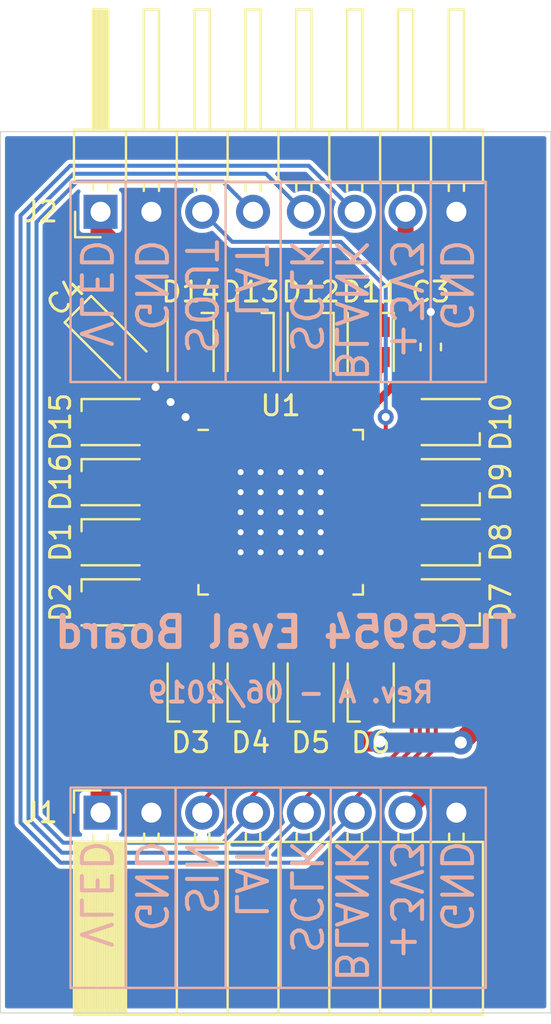
<source format=kicad_pcb>
(kicad_pcb (version 20171130) (host pcbnew "(5.1.2)-2")

  (general
    (thickness 1.6)
    (drawings 44)
    (tracks 352)
    (zones 0)
    (modules 21)
    (nets 57)
  )

  (page A4)
  (layers
    (0 F.Cu signal)
    (31 B.Cu signal)
    (32 B.Adhes user)
    (33 F.Adhes user)
    (34 B.Paste user)
    (35 F.Paste user)
    (36 B.SilkS user)
    (37 F.SilkS user)
    (38 B.Mask user)
    (39 F.Mask user)
    (40 Dwgs.User user)
    (41 Cmts.User user)
    (42 Eco1.User user)
    (43 Eco2.User user)
    (44 Edge.Cuts user)
    (45 Margin user)
    (46 B.CrtYd user)
    (47 F.CrtYd user)
    (48 B.Fab user)
    (49 F.Fab user hide)
  )

  (setup
    (last_trace_width 0.2)
    (user_trace_width 0.4)
    (user_trace_width 0.8)
    (user_trace_width 1)
    (trace_clearance 0.2)
    (zone_clearance 0.2)
    (zone_45_only no)
    (trace_min 0.2)
    (via_size 0.8)
    (via_drill 0.4)
    (via_min_size 0.4)
    (via_min_drill 0.3)
    (user_via 0.6 0.3)
    (user_via 1.2 0.6)
    (uvia_size 0.3)
    (uvia_drill 0.1)
    (uvias_allowed no)
    (uvia_min_size 0.2)
    (uvia_min_drill 0.1)
    (edge_width 0.05)
    (segment_width 0.2)
    (pcb_text_width 0.3)
    (pcb_text_size 1.5 1.5)
    (mod_edge_width 0.12)
    (mod_text_size 1 1)
    (mod_text_width 0.15)
    (pad_size 0.5 0.5)
    (pad_drill 0.3)
    (pad_to_mask_clearance 0.05)
    (solder_mask_min_width 0.15)
    (aux_axis_origin 0 0)
    (visible_elements 7FFFFFFF)
    (pcbplotparams
      (layerselection 0x010f0_ffffffff)
      (usegerberextensions false)
      (usegerberattributes false)
      (usegerberadvancedattributes false)
      (creategerberjobfile false)
      (excludeedgelayer true)
      (linewidth 0.100000)
      (plotframeref false)
      (viasonmask false)
      (mode 1)
      (useauxorigin true)
      (hpglpennumber 1)
      (hpglpenspeed 20)
      (hpglpendiameter 15.000000)
      (psnegative false)
      (psa4output false)
      (plotreference true)
      (plotvalue true)
      (plotinvisibletext false)
      (padsonsilk false)
      (subtractmaskfromsilk false)
      (outputformat 1)
      (mirror false)
      (drillshape 0)
      (scaleselection 1)
      (outputdirectory "Gerber/"))
  )

  (net 0 "")
  (net 1 GND)
  (net 2 +3V3)
  (net 3 VCC)
  (net 4 /B0)
  (net 5 /R0)
  (net 6 /G0)
  (net 7 /B1)
  (net 8 /R1)
  (net 9 /G1)
  (net 10 /B2)
  (net 11 /R2)
  (net 12 /G2)
  (net 13 /B3)
  (net 14 /R3)
  (net 15 /G3)
  (net 16 /B4)
  (net 17 /R4)
  (net 18 /G4)
  (net 19 /B5)
  (net 20 /R5)
  (net 21 /G5)
  (net 22 /B6)
  (net 23 /R6)
  (net 24 /G6)
  (net 25 /B7)
  (net 26 /R7)
  (net 27 /G7)
  (net 28 /B8)
  (net 29 /R8)
  (net 30 /G8)
  (net 31 /B9)
  (net 32 /R9)
  (net 33 /G9)
  (net 34 /B10)
  (net 35 /R10)
  (net 36 /G10)
  (net 37 /B11)
  (net 38 /R11)
  (net 39 /G11)
  (net 40 /B12)
  (net 41 /R12)
  (net 42 /G12)
  (net 43 /B13)
  (net 44 /R13)
  (net 45 /G13)
  (net 46 /B14)
  (net 47 /R14)
  (net 48 /G14)
  (net 49 /B15)
  (net 50 /R15)
  (net 51 /G15)
  (net 52 /SOUT)
  (net 53 /BLANK)
  (net 54 /LAT)
  (net 55 /SCLK)
  (net 56 /SIN)

  (net_class Default "Dies ist die voreingestellte Netzklasse."
    (clearance 0.2)
    (trace_width 0.2)
    (via_dia 0.8)
    (via_drill 0.4)
    (uvia_dia 0.3)
    (uvia_drill 0.1)
    (add_net +3V3)
    (add_net /B0)
    (add_net /B1)
    (add_net /B10)
    (add_net /B11)
    (add_net /B12)
    (add_net /B13)
    (add_net /B14)
    (add_net /B15)
    (add_net /B2)
    (add_net /B3)
    (add_net /B4)
    (add_net /B5)
    (add_net /B6)
    (add_net /B7)
    (add_net /B8)
    (add_net /B9)
    (add_net /BLANK)
    (add_net /G0)
    (add_net /G1)
    (add_net /G10)
    (add_net /G11)
    (add_net /G12)
    (add_net /G13)
    (add_net /G14)
    (add_net /G15)
    (add_net /G2)
    (add_net /G3)
    (add_net /G4)
    (add_net /G5)
    (add_net /G6)
    (add_net /G7)
    (add_net /G8)
    (add_net /G9)
    (add_net /LAT)
    (add_net /R0)
    (add_net /R1)
    (add_net /R10)
    (add_net /R11)
    (add_net /R12)
    (add_net /R13)
    (add_net /R14)
    (add_net /R15)
    (add_net /R2)
    (add_net /R3)
    (add_net /R4)
    (add_net /R5)
    (add_net /R6)
    (add_net /R7)
    (add_net /R8)
    (add_net /R9)
    (add_net /SCLK)
    (add_net /SIN)
    (add_net /SOUT)
    (add_net GND)
    (add_net VCC)
  )

  (module Package_DFN_QFN:QFN-56-1EP_8x8mm_P0.5mm_EP5.6x5.6mm (layer F.Cu) (tedit 5C27AAAD) (tstamp 5D004BFC)
    (at 98 106)
    (descr "QFN, 56 Pin (http://www.ti.com/lit/ds/symlink/tlc5957.pdf#page=23), generated with kicad-footprint-generator ipc_dfn_qfn_generator.py")
    (tags "QFN DFN_QFN")
    (path /5CFF6145)
    (attr smd)
    (fp_text reference U1 (at 0 -5.32) (layer F.SilkS)
      (effects (font (size 1 1) (thickness 0.15)))
    )
    (fp_text value TLC5954 (at 0 5.32) (layer F.Fab)
      (effects (font (size 1 1) (thickness 0.15)))
    )
    (fp_line (start 3.635 -4.11) (end 4.11 -4.11) (layer F.SilkS) (width 0.12))
    (fp_line (start 4.11 -4.11) (end 4.11 -3.635) (layer F.SilkS) (width 0.12))
    (fp_line (start -3.635 4.11) (end -4.11 4.11) (layer F.SilkS) (width 0.12))
    (fp_line (start -4.11 4.11) (end -4.11 3.635) (layer F.SilkS) (width 0.12))
    (fp_line (start 3.635 4.11) (end 4.11 4.11) (layer F.SilkS) (width 0.12))
    (fp_line (start 4.11 4.11) (end 4.11 3.635) (layer F.SilkS) (width 0.12))
    (fp_line (start -3.635 -4.11) (end -4.11 -4.11) (layer F.SilkS) (width 0.12))
    (fp_line (start -3 -4) (end 4 -4) (layer F.Fab) (width 0.1))
    (fp_line (start 4 -4) (end 4 4) (layer F.Fab) (width 0.1))
    (fp_line (start 4 4) (end -4 4) (layer F.Fab) (width 0.1))
    (fp_line (start -4 4) (end -4 -3) (layer F.Fab) (width 0.1))
    (fp_line (start -4 -3) (end -3 -4) (layer F.Fab) (width 0.1))
    (fp_line (start -4.62 -4.62) (end -4.62 4.62) (layer F.CrtYd) (width 0.05))
    (fp_line (start -4.62 4.62) (end 4.62 4.62) (layer F.CrtYd) (width 0.05))
    (fp_line (start 4.62 4.62) (end 4.62 -4.62) (layer F.CrtYd) (width 0.05))
    (fp_line (start 4.62 -4.62) (end -4.62 -4.62) (layer F.CrtYd) (width 0.05))
    (fp_text user %R (at 0 0) (layer F.Fab)
      (effects (font (size 1 1) (thickness 0.15)))
    )
    (pad 57 smd roundrect (at 0 0) (size 5.6 5.6) (layers F.Cu F.Mask) (roundrect_rratio 0.044643)
      (net 1 GND))
    (pad "" smd roundrect (at -2.1 -2.1) (size 1.13 1.13) (layers F.Paste) (roundrect_rratio 0.221239))
    (pad "" smd roundrect (at -2.1 -0.7) (size 1.13 1.13) (layers F.Paste) (roundrect_rratio 0.221239))
    (pad "" smd roundrect (at -2.1 0.7) (size 1.13 1.13) (layers F.Paste) (roundrect_rratio 0.221239))
    (pad "" smd roundrect (at -2.1 2.1) (size 1.13 1.13) (layers F.Paste) (roundrect_rratio 0.221239))
    (pad "" smd roundrect (at -0.7 -2.1) (size 1.13 1.13) (layers F.Paste) (roundrect_rratio 0.221239))
    (pad "" smd roundrect (at -0.7 -0.7) (size 1.13 1.13) (layers F.Paste) (roundrect_rratio 0.221239))
    (pad "" smd roundrect (at -0.7 0.7) (size 1.13 1.13) (layers F.Paste) (roundrect_rratio 0.221239))
    (pad "" smd roundrect (at -0.7 2.1) (size 1.13 1.13) (layers F.Paste) (roundrect_rratio 0.221239))
    (pad "" smd roundrect (at 0.7 -2.1) (size 1.13 1.13) (layers F.Paste) (roundrect_rratio 0.221239))
    (pad "" smd roundrect (at 0.7 -0.7) (size 1.13 1.13) (layers F.Paste) (roundrect_rratio 0.221239))
    (pad "" smd roundrect (at 0.7 0.7) (size 1.13 1.13) (layers F.Paste) (roundrect_rratio 0.221239))
    (pad "" smd roundrect (at 0.7 2.1) (size 1.13 1.13) (layers F.Paste) (roundrect_rratio 0.221239))
    (pad "" smd roundrect (at 2.1 -2.1) (size 1.13 1.13) (layers F.Paste) (roundrect_rratio 0.221239))
    (pad "" smd roundrect (at 2.1 -0.7) (size 1.13 1.13) (layers F.Paste) (roundrect_rratio 0.221239))
    (pad "" smd roundrect (at 2.1 0.7) (size 1.13 1.13) (layers F.Paste) (roundrect_rratio 0.221239))
    (pad "" smd roundrect (at 2.1 2.1) (size 1.13 1.13) (layers F.Paste) (roundrect_rratio 0.221239))
    (pad 1 smd roundrect (at -3.9375 -3.25) (size 0.875 0.25) (layers F.Cu F.Paste F.Mask) (roundrect_rratio 0.25)
      (net 1 GND))
    (pad 2 smd roundrect (at -3.9375 -2.75) (size 0.875 0.25) (layers F.Cu F.Paste F.Mask) (roundrect_rratio 0.25)
      (net 47 /R14))
    (pad 3 smd roundrect (at -3.9375 -2.25) (size 0.875 0.25) (layers F.Cu F.Paste F.Mask) (roundrect_rratio 0.25)
      (net 48 /G14))
    (pad 4 smd roundrect (at -3.9375 -1.75) (size 0.875 0.25) (layers F.Cu F.Paste F.Mask) (roundrect_rratio 0.25)
      (net 46 /B14))
    (pad 5 smd roundrect (at -3.9375 -1.25) (size 0.875 0.25) (layers F.Cu F.Paste F.Mask) (roundrect_rratio 0.25)
      (net 50 /R15))
    (pad 6 smd roundrect (at -3.9375 -0.75) (size 0.875 0.25) (layers F.Cu F.Paste F.Mask) (roundrect_rratio 0.25)
      (net 51 /G15))
    (pad 7 smd roundrect (at -3.9375 -0.25) (size 0.875 0.25) (layers F.Cu F.Paste F.Mask) (roundrect_rratio 0.25)
      (net 49 /B15))
    (pad 8 smd roundrect (at -3.9375 0.25) (size 0.875 0.25) (layers F.Cu F.Paste F.Mask) (roundrect_rratio 0.25)
      (net 5 /R0))
    (pad 9 smd roundrect (at -3.9375 0.75) (size 0.875 0.25) (layers F.Cu F.Paste F.Mask) (roundrect_rratio 0.25)
      (net 6 /G0))
    (pad 10 smd roundrect (at -3.9375 1.25) (size 0.875 0.25) (layers F.Cu F.Paste F.Mask) (roundrect_rratio 0.25)
      (net 4 /B0))
    (pad 11 smd roundrect (at -3.9375 1.75) (size 0.875 0.25) (layers F.Cu F.Paste F.Mask) (roundrect_rratio 0.25)
      (net 8 /R1))
    (pad 12 smd roundrect (at -3.9375 2.25) (size 0.875 0.25) (layers F.Cu F.Paste F.Mask) (roundrect_rratio 0.25)
      (net 9 /G1))
    (pad 13 smd roundrect (at -3.9375 2.75) (size 0.875 0.25) (layers F.Cu F.Paste F.Mask) (roundrect_rratio 0.25)
      (net 7 /B1))
    (pad 14 smd roundrect (at -3.9375 3.25) (size 0.875 0.25) (layers F.Cu F.Paste F.Mask) (roundrect_rratio 0.25)
      (net 11 /R2))
    (pad 15 smd roundrect (at -3.25 3.9375) (size 0.25 0.875) (layers F.Cu F.Paste F.Mask) (roundrect_rratio 0.25)
      (net 12 /G2))
    (pad 16 smd roundrect (at -2.75 3.9375) (size 0.25 0.875) (layers F.Cu F.Paste F.Mask) (roundrect_rratio 0.25)
      (net 10 /B2))
    (pad 17 smd roundrect (at -2.25 3.9375) (size 0.25 0.875) (layers F.Cu F.Paste F.Mask) (roundrect_rratio 0.25)
      (net 14 /R3))
    (pad 18 smd roundrect (at -1.75 3.9375) (size 0.25 0.875) (layers F.Cu F.Paste F.Mask) (roundrect_rratio 0.25)
      (net 15 /G3))
    (pad 19 smd roundrect (at -1.25 3.9375) (size 0.25 0.875) (layers F.Cu F.Paste F.Mask) (roundrect_rratio 0.25)
      (net 13 /B3))
    (pad 20 smd roundrect (at -0.75 3.9375) (size 0.25 0.875) (layers F.Cu F.Paste F.Mask) (roundrect_rratio 0.25)
      (net 17 /R4))
    (pad 21 smd roundrect (at -0.25 3.9375) (size 0.25 0.875) (layers F.Cu F.Paste F.Mask) (roundrect_rratio 0.25)
      (net 18 /G4))
    (pad 22 smd roundrect (at 0.25 3.9375) (size 0.25 0.875) (layers F.Cu F.Paste F.Mask) (roundrect_rratio 0.25)
      (net 16 /B4))
    (pad 23 smd roundrect (at 0.75 3.9375) (size 0.25 0.875) (layers F.Cu F.Paste F.Mask) (roundrect_rratio 0.25)
      (net 20 /R5))
    (pad 24 smd roundrect (at 1.25 3.9375) (size 0.25 0.875) (layers F.Cu F.Paste F.Mask) (roundrect_rratio 0.25)
      (net 21 /G5))
    (pad 25 smd roundrect (at 1.75 3.9375) (size 0.25 0.875) (layers F.Cu F.Paste F.Mask) (roundrect_rratio 0.25)
      (net 19 /B5))
    (pad 26 smd roundrect (at 2.25 3.9375) (size 0.25 0.875) (layers F.Cu F.Paste F.Mask) (roundrect_rratio 0.25)
      (net 56 /SIN))
    (pad 27 smd roundrect (at 2.75 3.9375) (size 0.25 0.875) (layers F.Cu F.Paste F.Mask) (roundrect_rratio 0.25)
      (net 54 /LAT))
    (pad 28 smd roundrect (at 3.25 3.9375) (size 0.25 0.875) (layers F.Cu F.Paste F.Mask) (roundrect_rratio 0.25)
      (net 55 /SCLK))
    (pad 29 smd roundrect (at 3.9375 3.25) (size 0.875 0.25) (layers F.Cu F.Paste F.Mask) (roundrect_rratio 0.25)
      (net 53 /BLANK))
    (pad 30 smd roundrect (at 3.9375 2.75) (size 0.875 0.25) (layers F.Cu F.Paste F.Mask) (roundrect_rratio 0.25)
      (net 23 /R6))
    (pad 31 smd roundrect (at 3.9375 2.25) (size 0.875 0.25) (layers F.Cu F.Paste F.Mask) (roundrect_rratio 0.25)
      (net 24 /G6))
    (pad 32 smd roundrect (at 3.9375 1.75) (size 0.875 0.25) (layers F.Cu F.Paste F.Mask) (roundrect_rratio 0.25)
      (net 22 /B6))
    (pad 33 smd roundrect (at 3.9375 1.25) (size 0.875 0.25) (layers F.Cu F.Paste F.Mask) (roundrect_rratio 0.25)
      (net 26 /R7))
    (pad 34 smd roundrect (at 3.9375 0.75) (size 0.875 0.25) (layers F.Cu F.Paste F.Mask) (roundrect_rratio 0.25)
      (net 27 /G7))
    (pad 35 smd roundrect (at 3.9375 0.25) (size 0.875 0.25) (layers F.Cu F.Paste F.Mask) (roundrect_rratio 0.25)
      (net 25 /B7))
    (pad 36 smd roundrect (at 3.9375 -0.25) (size 0.875 0.25) (layers F.Cu F.Paste F.Mask) (roundrect_rratio 0.25)
      (net 29 /R8))
    (pad 37 smd roundrect (at 3.9375 -0.75) (size 0.875 0.25) (layers F.Cu F.Paste F.Mask) (roundrect_rratio 0.25)
      (net 30 /G8))
    (pad 38 smd roundrect (at 3.9375 -1.25) (size 0.875 0.25) (layers F.Cu F.Paste F.Mask) (roundrect_rratio 0.25)
      (net 28 /B8))
    (pad 39 smd roundrect (at 3.9375 -1.75) (size 0.875 0.25) (layers F.Cu F.Paste F.Mask) (roundrect_rratio 0.25)
      (net 32 /R9))
    (pad 40 smd roundrect (at 3.9375 -2.25) (size 0.875 0.25) (layers F.Cu F.Paste F.Mask) (roundrect_rratio 0.25)
      (net 33 /G9))
    (pad 41 smd roundrect (at 3.9375 -2.75) (size 0.875 0.25) (layers F.Cu F.Paste F.Mask) (roundrect_rratio 0.25)
      (net 31 /B9))
    (pad 42 smd roundrect (at 3.9375 -3.25) (size 0.875 0.25) (layers F.Cu F.Paste F.Mask) (roundrect_rratio 0.25)
      (net 52 /SOUT))
    (pad 43 smd roundrect (at 3.25 -3.9375) (size 0.25 0.875) (layers F.Cu F.Paste F.Mask) (roundrect_rratio 0.25)
      (net 2 +3V3))
    (pad 44 smd roundrect (at 2.75 -3.9375) (size 0.25 0.875) (layers F.Cu F.Paste F.Mask) (roundrect_rratio 0.25)
      (net 35 /R10))
    (pad 45 smd roundrect (at 2.25 -3.9375) (size 0.25 0.875) (layers F.Cu F.Paste F.Mask) (roundrect_rratio 0.25)
      (net 36 /G10))
    (pad 46 smd roundrect (at 1.75 -3.9375) (size 0.25 0.875) (layers F.Cu F.Paste F.Mask) (roundrect_rratio 0.25)
      (net 34 /B10))
    (pad 47 smd roundrect (at 1.25 -3.9375) (size 0.25 0.875) (layers F.Cu F.Paste F.Mask) (roundrect_rratio 0.25)
      (net 38 /R11))
    (pad 48 smd roundrect (at 0.75 -3.9375) (size 0.25 0.875) (layers F.Cu F.Paste F.Mask) (roundrect_rratio 0.25)
      (net 39 /G11))
    (pad 49 smd roundrect (at 0.25 -3.9375) (size 0.25 0.875) (layers F.Cu F.Paste F.Mask) (roundrect_rratio 0.25)
      (net 37 /B11))
    (pad 50 smd roundrect (at -0.25 -3.9375) (size 0.25 0.875) (layers F.Cu F.Paste F.Mask) (roundrect_rratio 0.25)
      (net 41 /R12))
    (pad 51 smd roundrect (at -0.75 -3.9375) (size 0.25 0.875) (layers F.Cu F.Paste F.Mask) (roundrect_rratio 0.25)
      (net 42 /G12))
    (pad 52 smd roundrect (at -1.25 -3.9375) (size 0.25 0.875) (layers F.Cu F.Paste F.Mask) (roundrect_rratio 0.25)
      (net 40 /B12))
    (pad 53 smd roundrect (at -1.75 -3.9375) (size 0.25 0.875) (layers F.Cu F.Paste F.Mask) (roundrect_rratio 0.25)
      (net 44 /R13))
    (pad 54 smd roundrect (at -2.25 -3.9375) (size 0.25 0.875) (layers F.Cu F.Paste F.Mask) (roundrect_rratio 0.25)
      (net 45 /G13))
    (pad 55 smd roundrect (at -2.75 -3.9375) (size 0.25 0.875) (layers F.Cu F.Paste F.Mask) (roundrect_rratio 0.25)
      (net 43 /B13))
    (pad 56 smd roundrect (at -3.25 -3.9375) (size 0.25 0.875) (layers F.Cu F.Paste F.Mask) (roundrect_rratio 0.25)
      (net 1 GND))
    (model ${KISYS3DMOD}/Package_DFN_QFN.3dshapes/QFN-56-1EP_8x8mm_P0.5mm_EP5.6x5.6mm.wrl
      (at (xyz 0 0 0))
      (scale (xyz 1 1 1))
      (rotate (xyz 0 0 0))
    )
  )

  (module Connector_PinSocket_2.54mm:PinSocket_1x08_P2.54mm_Horizontal (layer F.Cu) (tedit 5A19A421) (tstamp 5D00501A)
    (at 89 121 90)
    (descr "Through hole angled socket strip, 1x08, 2.54mm pitch, 8.51mm socket length, single row (from Kicad 4.0.7), script generated")
    (tags "Through hole angled socket strip THT 1x08 2.54mm single row")
    (path /5D0019A9)
    (fp_text reference J1 (at 0 -3 180) (layer F.SilkS)
      (effects (font (size 1 1) (thickness 0.15)))
    )
    (fp_text value Conn_01x08 (at -4.38 20.55 90) (layer F.Fab)
      (effects (font (size 1 1) (thickness 0.15)))
    )
    (fp_text user %R (at -5.775 8.89) (layer F.Fab)
      (effects (font (size 1 1) (thickness 0.15)))
    )
    (fp_line (start 1.75 19.55) (end 1.75 -1.8) (layer F.CrtYd) (width 0.05))
    (fp_line (start -10.55 19.55) (end 1.75 19.55) (layer F.CrtYd) (width 0.05))
    (fp_line (start -10.55 -1.8) (end -10.55 19.55) (layer F.CrtYd) (width 0.05))
    (fp_line (start 1.75 -1.8) (end -10.55 -1.8) (layer F.CrtYd) (width 0.05))
    (fp_line (start 0 -1.33) (end 1.11 -1.33) (layer F.SilkS) (width 0.12))
    (fp_line (start 1.11 -1.33) (end 1.11 0) (layer F.SilkS) (width 0.12))
    (fp_line (start -10.09 -1.33) (end -10.09 19.11) (layer F.SilkS) (width 0.12))
    (fp_line (start -10.09 19.11) (end -1.46 19.11) (layer F.SilkS) (width 0.12))
    (fp_line (start -1.46 -1.33) (end -1.46 19.11) (layer F.SilkS) (width 0.12))
    (fp_line (start -10.09 -1.33) (end -1.46 -1.33) (layer F.SilkS) (width 0.12))
    (fp_line (start -10.09 16.51) (end -1.46 16.51) (layer F.SilkS) (width 0.12))
    (fp_line (start -10.09 13.97) (end -1.46 13.97) (layer F.SilkS) (width 0.12))
    (fp_line (start -10.09 11.43) (end -1.46 11.43) (layer F.SilkS) (width 0.12))
    (fp_line (start -10.09 8.89) (end -1.46 8.89) (layer F.SilkS) (width 0.12))
    (fp_line (start -10.09 6.35) (end -1.46 6.35) (layer F.SilkS) (width 0.12))
    (fp_line (start -10.09 3.81) (end -1.46 3.81) (layer F.SilkS) (width 0.12))
    (fp_line (start -10.09 1.27) (end -1.46 1.27) (layer F.SilkS) (width 0.12))
    (fp_line (start -1.46 18.14) (end -1.05 18.14) (layer F.SilkS) (width 0.12))
    (fp_line (start -1.46 17.42) (end -1.05 17.42) (layer F.SilkS) (width 0.12))
    (fp_line (start -1.46 15.6) (end -1.05 15.6) (layer F.SilkS) (width 0.12))
    (fp_line (start -1.46 14.88) (end -1.05 14.88) (layer F.SilkS) (width 0.12))
    (fp_line (start -1.46 13.06) (end -1.05 13.06) (layer F.SilkS) (width 0.12))
    (fp_line (start -1.46 12.34) (end -1.05 12.34) (layer F.SilkS) (width 0.12))
    (fp_line (start -1.46 10.52) (end -1.05 10.52) (layer F.SilkS) (width 0.12))
    (fp_line (start -1.46 9.8) (end -1.05 9.8) (layer F.SilkS) (width 0.12))
    (fp_line (start -1.46 7.98) (end -1.05 7.98) (layer F.SilkS) (width 0.12))
    (fp_line (start -1.46 7.26) (end -1.05 7.26) (layer F.SilkS) (width 0.12))
    (fp_line (start -1.46 5.44) (end -1.05 5.44) (layer F.SilkS) (width 0.12))
    (fp_line (start -1.46 4.72) (end -1.05 4.72) (layer F.SilkS) (width 0.12))
    (fp_line (start -1.46 2.9) (end -1.05 2.9) (layer F.SilkS) (width 0.12))
    (fp_line (start -1.46 2.18) (end -1.05 2.18) (layer F.SilkS) (width 0.12))
    (fp_line (start -1.46 0.36) (end -1.11 0.36) (layer F.SilkS) (width 0.12))
    (fp_line (start -1.46 -0.36) (end -1.11 -0.36) (layer F.SilkS) (width 0.12))
    (fp_line (start -10.09 1.1519) (end -1.46 1.1519) (layer F.SilkS) (width 0.12))
    (fp_line (start -10.09 1.033805) (end -1.46 1.033805) (layer F.SilkS) (width 0.12))
    (fp_line (start -10.09 0.91571) (end -1.46 0.91571) (layer F.SilkS) (width 0.12))
    (fp_line (start -10.09 0.797615) (end -1.46 0.797615) (layer F.SilkS) (width 0.12))
    (fp_line (start -10.09 0.67952) (end -1.46 0.67952) (layer F.SilkS) (width 0.12))
    (fp_line (start -10.09 0.561425) (end -1.46 0.561425) (layer F.SilkS) (width 0.12))
    (fp_line (start -10.09 0.44333) (end -1.46 0.44333) (layer F.SilkS) (width 0.12))
    (fp_line (start -10.09 0.325235) (end -1.46 0.325235) (layer F.SilkS) (width 0.12))
    (fp_line (start -10.09 0.20714) (end -1.46 0.20714) (layer F.SilkS) (width 0.12))
    (fp_line (start -10.09 0.089045) (end -1.46 0.089045) (layer F.SilkS) (width 0.12))
    (fp_line (start -10.09 -0.02905) (end -1.46 -0.02905) (layer F.SilkS) (width 0.12))
    (fp_line (start -10.09 -0.147145) (end -1.46 -0.147145) (layer F.SilkS) (width 0.12))
    (fp_line (start -10.09 -0.26524) (end -1.46 -0.26524) (layer F.SilkS) (width 0.12))
    (fp_line (start -10.09 -0.383335) (end -1.46 -0.383335) (layer F.SilkS) (width 0.12))
    (fp_line (start -10.09 -0.50143) (end -1.46 -0.50143) (layer F.SilkS) (width 0.12))
    (fp_line (start -10.09 -0.619525) (end -1.46 -0.619525) (layer F.SilkS) (width 0.12))
    (fp_line (start -10.09 -0.73762) (end -1.46 -0.73762) (layer F.SilkS) (width 0.12))
    (fp_line (start -10.09 -0.855715) (end -1.46 -0.855715) (layer F.SilkS) (width 0.12))
    (fp_line (start -10.09 -0.97381) (end -1.46 -0.97381) (layer F.SilkS) (width 0.12))
    (fp_line (start -10.09 -1.091905) (end -1.46 -1.091905) (layer F.SilkS) (width 0.12))
    (fp_line (start -10.09 -1.21) (end -1.46 -1.21) (layer F.SilkS) (width 0.12))
    (fp_line (start 0 18.08) (end 0 17.48) (layer F.Fab) (width 0.1))
    (fp_line (start -1.52 18.08) (end 0 18.08) (layer F.Fab) (width 0.1))
    (fp_line (start 0 17.48) (end -1.52 17.48) (layer F.Fab) (width 0.1))
    (fp_line (start 0 15.54) (end 0 14.94) (layer F.Fab) (width 0.1))
    (fp_line (start -1.52 15.54) (end 0 15.54) (layer F.Fab) (width 0.1))
    (fp_line (start 0 14.94) (end -1.52 14.94) (layer F.Fab) (width 0.1))
    (fp_line (start 0 13) (end 0 12.4) (layer F.Fab) (width 0.1))
    (fp_line (start -1.52 13) (end 0 13) (layer F.Fab) (width 0.1))
    (fp_line (start 0 12.4) (end -1.52 12.4) (layer F.Fab) (width 0.1))
    (fp_line (start 0 10.46) (end 0 9.86) (layer F.Fab) (width 0.1))
    (fp_line (start -1.52 10.46) (end 0 10.46) (layer F.Fab) (width 0.1))
    (fp_line (start 0 9.86) (end -1.52 9.86) (layer F.Fab) (width 0.1))
    (fp_line (start 0 7.92) (end 0 7.32) (layer F.Fab) (width 0.1))
    (fp_line (start -1.52 7.92) (end 0 7.92) (layer F.Fab) (width 0.1))
    (fp_line (start 0 7.32) (end -1.52 7.32) (layer F.Fab) (width 0.1))
    (fp_line (start 0 5.38) (end 0 4.78) (layer F.Fab) (width 0.1))
    (fp_line (start -1.52 5.38) (end 0 5.38) (layer F.Fab) (width 0.1))
    (fp_line (start 0 4.78) (end -1.52 4.78) (layer F.Fab) (width 0.1))
    (fp_line (start 0 2.84) (end 0 2.24) (layer F.Fab) (width 0.1))
    (fp_line (start -1.52 2.84) (end 0 2.84) (layer F.Fab) (width 0.1))
    (fp_line (start 0 2.24) (end -1.52 2.24) (layer F.Fab) (width 0.1))
    (fp_line (start 0 0.3) (end 0 -0.3) (layer F.Fab) (width 0.1))
    (fp_line (start -1.52 0.3) (end 0 0.3) (layer F.Fab) (width 0.1))
    (fp_line (start 0 -0.3) (end -1.52 -0.3) (layer F.Fab) (width 0.1))
    (fp_line (start -10.03 19.05) (end -10.03 -1.27) (layer F.Fab) (width 0.1))
    (fp_line (start -1.52 19.05) (end -10.03 19.05) (layer F.Fab) (width 0.1))
    (fp_line (start -1.52 -0.3) (end -1.52 19.05) (layer F.Fab) (width 0.1))
    (fp_line (start -2.49 -1.27) (end -1.52 -0.3) (layer F.Fab) (width 0.1))
    (fp_line (start -10.03 -1.27) (end -2.49 -1.27) (layer F.Fab) (width 0.1))
    (pad 8 thru_hole oval (at 0 17.78 90) (size 1.7 1.7) (drill 1) (layers *.Cu *.Mask)
      (net 1 GND))
    (pad 7 thru_hole oval (at 0 15.24 90) (size 1.7 1.7) (drill 1) (layers *.Cu *.Mask)
      (net 2 +3V3))
    (pad 6 thru_hole oval (at 0 12.7 90) (size 1.7 1.7) (drill 1) (layers *.Cu *.Mask)
      (net 53 /BLANK))
    (pad 5 thru_hole oval (at 0 10.16 90) (size 1.7 1.7) (drill 1) (layers *.Cu *.Mask)
      (net 55 /SCLK))
    (pad 4 thru_hole oval (at 0 7.62 90) (size 1.7 1.7) (drill 1) (layers *.Cu *.Mask)
      (net 54 /LAT))
    (pad 3 thru_hole oval (at 0 5.08 90) (size 1.7 1.7) (drill 1) (layers *.Cu *.Mask)
      (net 56 /SIN))
    (pad 2 thru_hole oval (at 0 2.54 90) (size 1.7 1.7) (drill 1) (layers *.Cu *.Mask)
      (net 1 GND))
    (pad 1 thru_hole rect (at 0 0 90) (size 1.7 1.7) (drill 1) (layers *.Cu *.Mask)
      (net 3 VCC))
    (model ${KISYS3DMOD}/Connector_PinSocket_2.54mm.3dshapes/PinSocket_1x08_P2.54mm_Horizontal.wrl
      (at (xyz 0 0 0))
      (scale (xyz 1 1 1))
      (rotate (xyz 0 0 0))
    )
  )

  (module Connector_PinHeader_2.54mm:PinHeader_1x08_P2.54mm_Horizontal (layer F.Cu) (tedit 59FED5CB) (tstamp 5D020386)
    (at 89 91 90)
    (descr "Through hole angled pin header, 1x08, 2.54mm pitch, 6mm pin length, single row")
    (tags "Through hole angled pin header THT 1x08 2.54mm single row")
    (path /5D147C4E)
    (fp_text reference J2 (at 0 -3 180) (layer F.SilkS)
      (effects (font (size 1 1) (thickness 0.15)))
    )
    (fp_text value Conn_01x08 (at 4.385 20.05 90) (layer F.Fab)
      (effects (font (size 1 1) (thickness 0.15)))
    )
    (fp_text user %R (at 2.77 8.89) (layer F.Fab)
      (effects (font (size 1 1) (thickness 0.15)))
    )
    (fp_line (start 10.55 -1.8) (end -1.8 -1.8) (layer F.CrtYd) (width 0.05))
    (fp_line (start 10.55 19.55) (end 10.55 -1.8) (layer F.CrtYd) (width 0.05))
    (fp_line (start -1.8 19.55) (end 10.55 19.55) (layer F.CrtYd) (width 0.05))
    (fp_line (start -1.8 -1.8) (end -1.8 19.55) (layer F.CrtYd) (width 0.05))
    (fp_line (start -1.27 -1.27) (end 0 -1.27) (layer F.SilkS) (width 0.12))
    (fp_line (start -1.27 0) (end -1.27 -1.27) (layer F.SilkS) (width 0.12))
    (fp_line (start 1.042929 18.16) (end 1.44 18.16) (layer F.SilkS) (width 0.12))
    (fp_line (start 1.042929 17.4) (end 1.44 17.4) (layer F.SilkS) (width 0.12))
    (fp_line (start 10.1 18.16) (end 4.1 18.16) (layer F.SilkS) (width 0.12))
    (fp_line (start 10.1 17.4) (end 10.1 18.16) (layer F.SilkS) (width 0.12))
    (fp_line (start 4.1 17.4) (end 10.1 17.4) (layer F.SilkS) (width 0.12))
    (fp_line (start 1.44 16.51) (end 4.1 16.51) (layer F.SilkS) (width 0.12))
    (fp_line (start 1.042929 15.62) (end 1.44 15.62) (layer F.SilkS) (width 0.12))
    (fp_line (start 1.042929 14.86) (end 1.44 14.86) (layer F.SilkS) (width 0.12))
    (fp_line (start 10.1 15.62) (end 4.1 15.62) (layer F.SilkS) (width 0.12))
    (fp_line (start 10.1 14.86) (end 10.1 15.62) (layer F.SilkS) (width 0.12))
    (fp_line (start 4.1 14.86) (end 10.1 14.86) (layer F.SilkS) (width 0.12))
    (fp_line (start 1.44 13.97) (end 4.1 13.97) (layer F.SilkS) (width 0.12))
    (fp_line (start 1.042929 13.08) (end 1.44 13.08) (layer F.SilkS) (width 0.12))
    (fp_line (start 1.042929 12.32) (end 1.44 12.32) (layer F.SilkS) (width 0.12))
    (fp_line (start 10.1 13.08) (end 4.1 13.08) (layer F.SilkS) (width 0.12))
    (fp_line (start 10.1 12.32) (end 10.1 13.08) (layer F.SilkS) (width 0.12))
    (fp_line (start 4.1 12.32) (end 10.1 12.32) (layer F.SilkS) (width 0.12))
    (fp_line (start 1.44 11.43) (end 4.1 11.43) (layer F.SilkS) (width 0.12))
    (fp_line (start 1.042929 10.54) (end 1.44 10.54) (layer F.SilkS) (width 0.12))
    (fp_line (start 1.042929 9.78) (end 1.44 9.78) (layer F.SilkS) (width 0.12))
    (fp_line (start 10.1 10.54) (end 4.1 10.54) (layer F.SilkS) (width 0.12))
    (fp_line (start 10.1 9.78) (end 10.1 10.54) (layer F.SilkS) (width 0.12))
    (fp_line (start 4.1 9.78) (end 10.1 9.78) (layer F.SilkS) (width 0.12))
    (fp_line (start 1.44 8.89) (end 4.1 8.89) (layer F.SilkS) (width 0.12))
    (fp_line (start 1.042929 8) (end 1.44 8) (layer F.SilkS) (width 0.12))
    (fp_line (start 1.042929 7.24) (end 1.44 7.24) (layer F.SilkS) (width 0.12))
    (fp_line (start 10.1 8) (end 4.1 8) (layer F.SilkS) (width 0.12))
    (fp_line (start 10.1 7.24) (end 10.1 8) (layer F.SilkS) (width 0.12))
    (fp_line (start 4.1 7.24) (end 10.1 7.24) (layer F.SilkS) (width 0.12))
    (fp_line (start 1.44 6.35) (end 4.1 6.35) (layer F.SilkS) (width 0.12))
    (fp_line (start 1.042929 5.46) (end 1.44 5.46) (layer F.SilkS) (width 0.12))
    (fp_line (start 1.042929 4.7) (end 1.44 4.7) (layer F.SilkS) (width 0.12))
    (fp_line (start 10.1 5.46) (end 4.1 5.46) (layer F.SilkS) (width 0.12))
    (fp_line (start 10.1 4.7) (end 10.1 5.46) (layer F.SilkS) (width 0.12))
    (fp_line (start 4.1 4.7) (end 10.1 4.7) (layer F.SilkS) (width 0.12))
    (fp_line (start 1.44 3.81) (end 4.1 3.81) (layer F.SilkS) (width 0.12))
    (fp_line (start 1.042929 2.92) (end 1.44 2.92) (layer F.SilkS) (width 0.12))
    (fp_line (start 1.042929 2.16) (end 1.44 2.16) (layer F.SilkS) (width 0.12))
    (fp_line (start 10.1 2.92) (end 4.1 2.92) (layer F.SilkS) (width 0.12))
    (fp_line (start 10.1 2.16) (end 10.1 2.92) (layer F.SilkS) (width 0.12))
    (fp_line (start 4.1 2.16) (end 10.1 2.16) (layer F.SilkS) (width 0.12))
    (fp_line (start 1.44 1.27) (end 4.1 1.27) (layer F.SilkS) (width 0.12))
    (fp_line (start 1.11 0.38) (end 1.44 0.38) (layer F.SilkS) (width 0.12))
    (fp_line (start 1.11 -0.38) (end 1.44 -0.38) (layer F.SilkS) (width 0.12))
    (fp_line (start 4.1 0.28) (end 10.1 0.28) (layer F.SilkS) (width 0.12))
    (fp_line (start 4.1 0.16) (end 10.1 0.16) (layer F.SilkS) (width 0.12))
    (fp_line (start 4.1 0.04) (end 10.1 0.04) (layer F.SilkS) (width 0.12))
    (fp_line (start 4.1 -0.08) (end 10.1 -0.08) (layer F.SilkS) (width 0.12))
    (fp_line (start 4.1 -0.2) (end 10.1 -0.2) (layer F.SilkS) (width 0.12))
    (fp_line (start 4.1 -0.32) (end 10.1 -0.32) (layer F.SilkS) (width 0.12))
    (fp_line (start 10.1 0.38) (end 4.1 0.38) (layer F.SilkS) (width 0.12))
    (fp_line (start 10.1 -0.38) (end 10.1 0.38) (layer F.SilkS) (width 0.12))
    (fp_line (start 4.1 -0.38) (end 10.1 -0.38) (layer F.SilkS) (width 0.12))
    (fp_line (start 4.1 -1.33) (end 1.44 -1.33) (layer F.SilkS) (width 0.12))
    (fp_line (start 4.1 19.11) (end 4.1 -1.33) (layer F.SilkS) (width 0.12))
    (fp_line (start 1.44 19.11) (end 4.1 19.11) (layer F.SilkS) (width 0.12))
    (fp_line (start 1.44 -1.33) (end 1.44 19.11) (layer F.SilkS) (width 0.12))
    (fp_line (start 4.04 18.1) (end 10.04 18.1) (layer F.Fab) (width 0.1))
    (fp_line (start 10.04 17.46) (end 10.04 18.1) (layer F.Fab) (width 0.1))
    (fp_line (start 4.04 17.46) (end 10.04 17.46) (layer F.Fab) (width 0.1))
    (fp_line (start -0.32 18.1) (end 1.5 18.1) (layer F.Fab) (width 0.1))
    (fp_line (start -0.32 17.46) (end -0.32 18.1) (layer F.Fab) (width 0.1))
    (fp_line (start -0.32 17.46) (end 1.5 17.46) (layer F.Fab) (width 0.1))
    (fp_line (start 4.04 15.56) (end 10.04 15.56) (layer F.Fab) (width 0.1))
    (fp_line (start 10.04 14.92) (end 10.04 15.56) (layer F.Fab) (width 0.1))
    (fp_line (start 4.04 14.92) (end 10.04 14.92) (layer F.Fab) (width 0.1))
    (fp_line (start -0.32 15.56) (end 1.5 15.56) (layer F.Fab) (width 0.1))
    (fp_line (start -0.32 14.92) (end -0.32 15.56) (layer F.Fab) (width 0.1))
    (fp_line (start -0.32 14.92) (end 1.5 14.92) (layer F.Fab) (width 0.1))
    (fp_line (start 4.04 13.02) (end 10.04 13.02) (layer F.Fab) (width 0.1))
    (fp_line (start 10.04 12.38) (end 10.04 13.02) (layer F.Fab) (width 0.1))
    (fp_line (start 4.04 12.38) (end 10.04 12.38) (layer F.Fab) (width 0.1))
    (fp_line (start -0.32 13.02) (end 1.5 13.02) (layer F.Fab) (width 0.1))
    (fp_line (start -0.32 12.38) (end -0.32 13.02) (layer F.Fab) (width 0.1))
    (fp_line (start -0.32 12.38) (end 1.5 12.38) (layer F.Fab) (width 0.1))
    (fp_line (start 4.04 10.48) (end 10.04 10.48) (layer F.Fab) (width 0.1))
    (fp_line (start 10.04 9.84) (end 10.04 10.48) (layer F.Fab) (width 0.1))
    (fp_line (start 4.04 9.84) (end 10.04 9.84) (layer F.Fab) (width 0.1))
    (fp_line (start -0.32 10.48) (end 1.5 10.48) (layer F.Fab) (width 0.1))
    (fp_line (start -0.32 9.84) (end -0.32 10.48) (layer F.Fab) (width 0.1))
    (fp_line (start -0.32 9.84) (end 1.5 9.84) (layer F.Fab) (width 0.1))
    (fp_line (start 4.04 7.94) (end 10.04 7.94) (layer F.Fab) (width 0.1))
    (fp_line (start 10.04 7.3) (end 10.04 7.94) (layer F.Fab) (width 0.1))
    (fp_line (start 4.04 7.3) (end 10.04 7.3) (layer F.Fab) (width 0.1))
    (fp_line (start -0.32 7.94) (end 1.5 7.94) (layer F.Fab) (width 0.1))
    (fp_line (start -0.32 7.3) (end -0.32 7.94) (layer F.Fab) (width 0.1))
    (fp_line (start -0.32 7.3) (end 1.5 7.3) (layer F.Fab) (width 0.1))
    (fp_line (start 4.04 5.4) (end 10.04 5.4) (layer F.Fab) (width 0.1))
    (fp_line (start 10.04 4.76) (end 10.04 5.4) (layer F.Fab) (width 0.1))
    (fp_line (start 4.04 4.76) (end 10.04 4.76) (layer F.Fab) (width 0.1))
    (fp_line (start -0.32 5.4) (end 1.5 5.4) (layer F.Fab) (width 0.1))
    (fp_line (start -0.32 4.76) (end -0.32 5.4) (layer F.Fab) (width 0.1))
    (fp_line (start -0.32 4.76) (end 1.5 4.76) (layer F.Fab) (width 0.1))
    (fp_line (start 4.04 2.86) (end 10.04 2.86) (layer F.Fab) (width 0.1))
    (fp_line (start 10.04 2.22) (end 10.04 2.86) (layer F.Fab) (width 0.1))
    (fp_line (start 4.04 2.22) (end 10.04 2.22) (layer F.Fab) (width 0.1))
    (fp_line (start -0.32 2.86) (end 1.5 2.86) (layer F.Fab) (width 0.1))
    (fp_line (start -0.32 2.22) (end -0.32 2.86) (layer F.Fab) (width 0.1))
    (fp_line (start -0.32 2.22) (end 1.5 2.22) (layer F.Fab) (width 0.1))
    (fp_line (start 4.04 0.32) (end 10.04 0.32) (layer F.Fab) (width 0.1))
    (fp_line (start 10.04 -0.32) (end 10.04 0.32) (layer F.Fab) (width 0.1))
    (fp_line (start 4.04 -0.32) (end 10.04 -0.32) (layer F.Fab) (width 0.1))
    (fp_line (start -0.32 0.32) (end 1.5 0.32) (layer F.Fab) (width 0.1))
    (fp_line (start -0.32 -0.32) (end -0.32 0.32) (layer F.Fab) (width 0.1))
    (fp_line (start -0.32 -0.32) (end 1.5 -0.32) (layer F.Fab) (width 0.1))
    (fp_line (start 1.5 -0.635) (end 2.135 -1.27) (layer F.Fab) (width 0.1))
    (fp_line (start 1.5 19.05) (end 1.5 -0.635) (layer F.Fab) (width 0.1))
    (fp_line (start 4.04 19.05) (end 1.5 19.05) (layer F.Fab) (width 0.1))
    (fp_line (start 4.04 -1.27) (end 4.04 19.05) (layer F.Fab) (width 0.1))
    (fp_line (start 2.135 -1.27) (end 4.04 -1.27) (layer F.Fab) (width 0.1))
    (pad 8 thru_hole oval (at 0 17.78 90) (size 1.7 1.7) (drill 1) (layers *.Cu *.Mask)
      (net 1 GND))
    (pad 7 thru_hole oval (at 0 15.24 90) (size 1.7 1.7) (drill 1) (layers *.Cu *.Mask)
      (net 2 +3V3))
    (pad 6 thru_hole oval (at 0 12.7 90) (size 1.7 1.7) (drill 1) (layers *.Cu *.Mask)
      (net 53 /BLANK))
    (pad 5 thru_hole oval (at 0 10.16 90) (size 1.7 1.7) (drill 1) (layers *.Cu *.Mask)
      (net 55 /SCLK))
    (pad 4 thru_hole oval (at 0 7.62 90) (size 1.7 1.7) (drill 1) (layers *.Cu *.Mask)
      (net 54 /LAT))
    (pad 3 thru_hole oval (at 0 5.08 90) (size 1.7 1.7) (drill 1) (layers *.Cu *.Mask)
      (net 52 /SOUT))
    (pad 2 thru_hole oval (at 0 2.54 90) (size 1.7 1.7) (drill 1) (layers *.Cu *.Mask)
      (net 1 GND))
    (pad 1 thru_hole rect (at 0 0 90) (size 1.7 1.7) (drill 1) (layers *.Cu *.Mask)
      (net 3 VCC))
    (model ${KISYS3DMOD}/Connector_PinHeader_2.54mm.3dshapes/PinHeader_1x08_P2.54mm_Horizontal.wrl
      (at (xyz 0 0 0))
      (scale (xyz 1 1 1))
      (rotate (xyz 0 0 0))
    )
  )

  (module LED_SMD:LED_Cree-PLCC4_2x2mm_CW (layer F.Cu) (tedit 59D415EA) (tstamp 5D004A8D)
    (at 89.5 104.5)
    (descr "2.0mm x 2.0mm PLCC4 LED, http://www.cree.com/~/media/Files/Cree/LED-Components-and-Modules/HB/Data-Sheets/CLMVBFKA.pdf")
    (tags "LED Cree PLCC-4")
    (path /5D0B52DE)
    (attr smd)
    (fp_text reference D16 (at -2.5 0 90) (layer F.SilkS)
      (effects (font (size 1 1) (thickness 0.15)))
    )
    (fp_text value LED_ARGB (at 0 2.25) (layer F.Fab)
      (effects (font (size 1 1) (thickness 0.15)))
    )
    (fp_text user %R (at 0 0) (layer F.Fab)
      (effects (font (size 0.5 0.5) (thickness 0.075)))
    )
    (fp_line (start -1.45 1.15) (end 1.45 1.15) (layer F.SilkS) (width 0.12))
    (fp_line (start -1.45 -1.15) (end 1.45 -1.15) (layer F.SilkS) (width 0.12))
    (fp_line (start -1.45 -0.55) (end -1.45 -1.15) (layer F.SilkS) (width 0.12))
    (fp_line (start 1 -1) (end -1 -1) (layer F.Fab) (width 0.1))
    (fp_line (start 1 1) (end 1 -1) (layer F.Fab) (width 0.1))
    (fp_line (start -1 1) (end 1 1) (layer F.Fab) (width 0.1))
    (fp_line (start -1 -1) (end -1 1) (layer F.Fab) (width 0.1))
    (fp_line (start 0 -1) (end -1 0) (layer F.Fab) (width 0.1))
    (fp_line (start 1.7 -1.4) (end -1.7 -1.4) (layer F.CrtYd) (width 0.05))
    (fp_line (start 1.7 1.4) (end 1.7 -1.4) (layer F.CrtYd) (width 0.05))
    (fp_line (start -1.7 1.4) (end 1.7 1.4) (layer F.CrtYd) (width 0.05))
    (fp_line (start -1.7 -1.4) (end -1.7 1.4) (layer F.CrtYd) (width 0.05))
    (fp_circle (center 0 0) (end 0.8 0) (layer F.Fab) (width 0.1))
    (pad 4 smd rect (at -0.75 0.55) (size 1 0.8) (layers F.Cu F.Paste F.Mask)
      (net 49 /B15))
    (pad 3 smd rect (at 0.75 0.55) (size 1 0.8) (layers F.Cu F.Paste F.Mask)
      (net 51 /G15))
    (pad 2 smd rect (at 0.75 -0.55) (size 1 0.8) (layers F.Cu F.Paste F.Mask)
      (net 50 /R15))
    (pad 1 smd rect (at -0.75 -0.55) (size 1 0.8) (layers F.Cu F.Paste F.Mask)
      (net 3 VCC))
    (model ${KISYS3DMOD}/LED_SMD.3dshapes/LED_Cree-PLCC4_2x2mm_CW.wrl
      (at (xyz 0 0 0))
      (scale (xyz 1 1 1))
      (rotate (xyz 0 0 0))
    )
  )

  (module LED_SMD:LED_Cree-PLCC4_2x2mm_CW (layer F.Cu) (tedit 59D415EA) (tstamp 5D004A7F)
    (at 89.5 101.5)
    (descr "2.0mm x 2.0mm PLCC4 LED, http://www.cree.com/~/media/Files/Cree/LED-Components-and-Modules/HB/Data-Sheets/CLMVBFKA.pdf")
    (tags "LED Cree PLCC-4")
    (path /5D0B52D8)
    (attr smd)
    (fp_text reference D15 (at -2.5 0 90) (layer F.SilkS)
      (effects (font (size 1 1) (thickness 0.15)))
    )
    (fp_text value LED_ARGB (at 0 2.25) (layer F.Fab)
      (effects (font (size 1 1) (thickness 0.15)))
    )
    (fp_text user %R (at 0 0) (layer F.Fab)
      (effects (font (size 0.5 0.5) (thickness 0.075)))
    )
    (fp_line (start -1.45 1.15) (end 1.45 1.15) (layer F.SilkS) (width 0.12))
    (fp_line (start -1.45 -1.15) (end 1.45 -1.15) (layer F.SilkS) (width 0.12))
    (fp_line (start -1.45 -0.55) (end -1.45 -1.15) (layer F.SilkS) (width 0.12))
    (fp_line (start 1 -1) (end -1 -1) (layer F.Fab) (width 0.1))
    (fp_line (start 1 1) (end 1 -1) (layer F.Fab) (width 0.1))
    (fp_line (start -1 1) (end 1 1) (layer F.Fab) (width 0.1))
    (fp_line (start -1 -1) (end -1 1) (layer F.Fab) (width 0.1))
    (fp_line (start 0 -1) (end -1 0) (layer F.Fab) (width 0.1))
    (fp_line (start 1.7 -1.4) (end -1.7 -1.4) (layer F.CrtYd) (width 0.05))
    (fp_line (start 1.7 1.4) (end 1.7 -1.4) (layer F.CrtYd) (width 0.05))
    (fp_line (start -1.7 1.4) (end 1.7 1.4) (layer F.CrtYd) (width 0.05))
    (fp_line (start -1.7 -1.4) (end -1.7 1.4) (layer F.CrtYd) (width 0.05))
    (fp_circle (center 0 0) (end 0.8 0) (layer F.Fab) (width 0.1))
    (pad 4 smd rect (at -0.75 0.55) (size 1 0.8) (layers F.Cu F.Paste F.Mask)
      (net 46 /B14))
    (pad 3 smd rect (at 0.75 0.55) (size 1 0.8) (layers F.Cu F.Paste F.Mask)
      (net 48 /G14))
    (pad 2 smd rect (at 0.75 -0.55) (size 1 0.8) (layers F.Cu F.Paste F.Mask)
      (net 47 /R14))
    (pad 1 smd rect (at -0.75 -0.55) (size 1 0.8) (layers F.Cu F.Paste F.Mask)
      (net 3 VCC))
    (model ${KISYS3DMOD}/LED_SMD.3dshapes/LED_Cree-PLCC4_2x2mm_CW.wrl
      (at (xyz 0 0 0))
      (scale (xyz 1 1 1))
      (rotate (xyz 0 0 0))
    )
  )

  (module LED_SMD:LED_Cree-PLCC4_2x2mm_CW (layer F.Cu) (tedit 59D415EA) (tstamp 5D004A71)
    (at 93.5 97.5 270)
    (descr "2.0mm x 2.0mm PLCC4 LED, http://www.cree.com/~/media/Files/Cree/LED-Components-and-Modules/HB/Data-Sheets/CLMVBFKA.pdf")
    (tags "LED Cree PLCC-4")
    (path /5D0B52D2)
    (attr smd)
    (fp_text reference D14 (at -2.5 0 180) (layer F.SilkS)
      (effects (font (size 1 1) (thickness 0.15)))
    )
    (fp_text value LED_ARGB (at 0 2.25 90) (layer F.Fab)
      (effects (font (size 1 1) (thickness 0.15)))
    )
    (fp_circle (center 0 0) (end 0.8 0) (layer F.Fab) (width 0.1))
    (fp_line (start -1.7 -1.4) (end -1.7 1.4) (layer F.CrtYd) (width 0.05))
    (fp_line (start -1.7 1.4) (end 1.7 1.4) (layer F.CrtYd) (width 0.05))
    (fp_line (start 1.7 1.4) (end 1.7 -1.4) (layer F.CrtYd) (width 0.05))
    (fp_line (start 1.7 -1.4) (end -1.7 -1.4) (layer F.CrtYd) (width 0.05))
    (fp_line (start 0 -1) (end -1 0) (layer F.Fab) (width 0.1))
    (fp_line (start -1 -1) (end -1 1) (layer F.Fab) (width 0.1))
    (fp_line (start -1 1) (end 1 1) (layer F.Fab) (width 0.1))
    (fp_line (start 1 1) (end 1 -1) (layer F.Fab) (width 0.1))
    (fp_line (start 1 -1) (end -1 -1) (layer F.Fab) (width 0.1))
    (fp_line (start -1.45 -0.55) (end -1.45 -1.15) (layer F.SilkS) (width 0.12))
    (fp_line (start -1.45 -1.15) (end 1.45 -1.15) (layer F.SilkS) (width 0.12))
    (fp_line (start -1.45 1.15) (end 1.45 1.15) (layer F.SilkS) (width 0.12))
    (fp_text user %R (at 0 0 90) (layer F.Fab)
      (effects (font (size 0.5 0.5) (thickness 0.075)))
    )
    (pad 1 smd rect (at -0.75 -0.55 270) (size 1 0.8) (layers F.Cu F.Paste F.Mask)
      (net 3 VCC))
    (pad 2 smd rect (at 0.75 -0.55 270) (size 1 0.8) (layers F.Cu F.Paste F.Mask)
      (net 44 /R13))
    (pad 3 smd rect (at 0.75 0.55 270) (size 1 0.8) (layers F.Cu F.Paste F.Mask)
      (net 45 /G13))
    (pad 4 smd rect (at -0.75 0.55 270) (size 1 0.8) (layers F.Cu F.Paste F.Mask)
      (net 43 /B13))
    (model ${KISYS3DMOD}/LED_SMD.3dshapes/LED_Cree-PLCC4_2x2mm_CW.wrl
      (at (xyz 0 0 0))
      (scale (xyz 1 1 1))
      (rotate (xyz 0 0 0))
    )
  )

  (module LED_SMD:LED_Cree-PLCC4_2x2mm_CW (layer F.Cu) (tedit 59D415EA) (tstamp 5D004A63)
    (at 96.5 97.5 270)
    (descr "2.0mm x 2.0mm PLCC4 LED, http://www.cree.com/~/media/Files/Cree/LED-Components-and-Modules/HB/Data-Sheets/CLMVBFKA.pdf")
    (tags "LED Cree PLCC-4")
    (path /5D0B52CC)
    (attr smd)
    (fp_text reference D13 (at -2.5 0 180) (layer F.SilkS)
      (effects (font (size 1 1) (thickness 0.15)))
    )
    (fp_text value LED_ARGB (at 0 2.25 90) (layer F.Fab)
      (effects (font (size 1 1) (thickness 0.15)))
    )
    (fp_circle (center 0 0) (end 0.8 0) (layer F.Fab) (width 0.1))
    (fp_line (start -1.7 -1.4) (end -1.7 1.4) (layer F.CrtYd) (width 0.05))
    (fp_line (start -1.7 1.4) (end 1.7 1.4) (layer F.CrtYd) (width 0.05))
    (fp_line (start 1.7 1.4) (end 1.7 -1.4) (layer F.CrtYd) (width 0.05))
    (fp_line (start 1.7 -1.4) (end -1.7 -1.4) (layer F.CrtYd) (width 0.05))
    (fp_line (start 0 -1) (end -1 0) (layer F.Fab) (width 0.1))
    (fp_line (start -1 -1) (end -1 1) (layer F.Fab) (width 0.1))
    (fp_line (start -1 1) (end 1 1) (layer F.Fab) (width 0.1))
    (fp_line (start 1 1) (end 1 -1) (layer F.Fab) (width 0.1))
    (fp_line (start 1 -1) (end -1 -1) (layer F.Fab) (width 0.1))
    (fp_line (start -1.45 -0.55) (end -1.45 -1.15) (layer F.SilkS) (width 0.12))
    (fp_line (start -1.45 -1.15) (end 1.45 -1.15) (layer F.SilkS) (width 0.12))
    (fp_line (start -1.45 1.15) (end 1.45 1.15) (layer F.SilkS) (width 0.12))
    (fp_text user %R (at 0 0 90) (layer F.Fab)
      (effects (font (size 0.5 0.5) (thickness 0.075)))
    )
    (pad 1 smd rect (at -0.75 -0.55 270) (size 1 0.8) (layers F.Cu F.Paste F.Mask)
      (net 3 VCC))
    (pad 2 smd rect (at 0.75 -0.55 270) (size 1 0.8) (layers F.Cu F.Paste F.Mask)
      (net 41 /R12))
    (pad 3 smd rect (at 0.75 0.55 270) (size 1 0.8) (layers F.Cu F.Paste F.Mask)
      (net 42 /G12))
    (pad 4 smd rect (at -0.75 0.55 270) (size 1 0.8) (layers F.Cu F.Paste F.Mask)
      (net 40 /B12))
    (model ${KISYS3DMOD}/LED_SMD.3dshapes/LED_Cree-PLCC4_2x2mm_CW.wrl
      (at (xyz 0 0 0))
      (scale (xyz 1 1 1))
      (rotate (xyz 0 0 0))
    )
  )

  (module LED_SMD:LED_Cree-PLCC4_2x2mm_CW (layer F.Cu) (tedit 59D415EA) (tstamp 5D0055C5)
    (at 99.5 97.5 270)
    (descr "2.0mm x 2.0mm PLCC4 LED, http://www.cree.com/~/media/Files/Cree/LED-Components-and-Modules/HB/Data-Sheets/CLMVBFKA.pdf")
    (tags "LED Cree PLCC-4")
    (path /5D0B52AE)
    (attr smd)
    (fp_text reference D12 (at -2.5 0 180) (layer F.SilkS)
      (effects (font (size 1 1) (thickness 0.15)))
    )
    (fp_text value LED_ARGB (at 0 2.25 90) (layer F.Fab)
      (effects (font (size 1 1) (thickness 0.15)))
    )
    (fp_text user %R (at 0 0 90) (layer F.Fab)
      (effects (font (size 0.5 0.5) (thickness 0.075)))
    )
    (fp_line (start -1.45 1.15) (end 1.45 1.15) (layer F.SilkS) (width 0.12))
    (fp_line (start -1.45 -1.15) (end 1.45 -1.15) (layer F.SilkS) (width 0.12))
    (fp_line (start -1.45 -0.55) (end -1.45 -1.15) (layer F.SilkS) (width 0.12))
    (fp_line (start 1 -1) (end -1 -1) (layer F.Fab) (width 0.1))
    (fp_line (start 1 1) (end 1 -1) (layer F.Fab) (width 0.1))
    (fp_line (start -1 1) (end 1 1) (layer F.Fab) (width 0.1))
    (fp_line (start -1 -1) (end -1 1) (layer F.Fab) (width 0.1))
    (fp_line (start 0 -1) (end -1 0) (layer F.Fab) (width 0.1))
    (fp_line (start 1.7 -1.4) (end -1.7 -1.4) (layer F.CrtYd) (width 0.05))
    (fp_line (start 1.7 1.4) (end 1.7 -1.4) (layer F.CrtYd) (width 0.05))
    (fp_line (start -1.7 1.4) (end 1.7 1.4) (layer F.CrtYd) (width 0.05))
    (fp_line (start -1.7 -1.4) (end -1.7 1.4) (layer F.CrtYd) (width 0.05))
    (fp_circle (center 0 0) (end 0.8 0) (layer F.Fab) (width 0.1))
    (pad 4 smd rect (at -0.75 0.55 270) (size 1 0.8) (layers F.Cu F.Paste F.Mask)
      (net 37 /B11))
    (pad 3 smd rect (at 0.75 0.55 270) (size 1 0.8) (layers F.Cu F.Paste F.Mask)
      (net 39 /G11))
    (pad 2 smd rect (at 0.75 -0.55 270) (size 1 0.8) (layers F.Cu F.Paste F.Mask)
      (net 38 /R11))
    (pad 1 smd rect (at -0.75 -0.55 270) (size 1 0.8) (layers F.Cu F.Paste F.Mask)
      (net 3 VCC))
    (model ${KISYS3DMOD}/LED_SMD.3dshapes/LED_Cree-PLCC4_2x2mm_CW.wrl
      (at (xyz 0 0 0))
      (scale (xyz 1 1 1))
      (rotate (xyz 0 0 0))
    )
  )

  (module LED_SMD:LED_Cree-PLCC4_2x2mm_CW (layer F.Cu) (tedit 59D415EA) (tstamp 5D004A47)
    (at 102.5 97.5 270)
    (descr "2.0mm x 2.0mm PLCC4 LED, http://www.cree.com/~/media/Files/Cree/LED-Components-and-Modules/HB/Data-Sheets/CLMVBFKA.pdf")
    (tags "LED Cree PLCC-4")
    (path /5D0B52A8)
    (attr smd)
    (fp_text reference D11 (at -2.5 0 180) (layer F.SilkS)
      (effects (font (size 1 1) (thickness 0.15)))
    )
    (fp_text value LED_ARGB (at 0 2.25 90) (layer F.Fab)
      (effects (font (size 1 1) (thickness 0.15)))
    )
    (fp_text user %R (at 0 0 90) (layer F.Fab)
      (effects (font (size 0.5 0.5) (thickness 0.075)))
    )
    (fp_line (start -1.45 1.15) (end 1.45 1.15) (layer F.SilkS) (width 0.12))
    (fp_line (start -1.45 -1.15) (end 1.45 -1.15) (layer F.SilkS) (width 0.12))
    (fp_line (start -1.45 -0.55) (end -1.45 -1.15) (layer F.SilkS) (width 0.12))
    (fp_line (start 1 -1) (end -1 -1) (layer F.Fab) (width 0.1))
    (fp_line (start 1 1) (end 1 -1) (layer F.Fab) (width 0.1))
    (fp_line (start -1 1) (end 1 1) (layer F.Fab) (width 0.1))
    (fp_line (start -1 -1) (end -1 1) (layer F.Fab) (width 0.1))
    (fp_line (start 0 -1) (end -1 0) (layer F.Fab) (width 0.1))
    (fp_line (start 1.7 -1.4) (end -1.7 -1.4) (layer F.CrtYd) (width 0.05))
    (fp_line (start 1.7 1.4) (end 1.7 -1.4) (layer F.CrtYd) (width 0.05))
    (fp_line (start -1.7 1.4) (end 1.7 1.4) (layer F.CrtYd) (width 0.05))
    (fp_line (start -1.7 -1.4) (end -1.7 1.4) (layer F.CrtYd) (width 0.05))
    (fp_circle (center 0 0) (end 0.8 0) (layer F.Fab) (width 0.1))
    (pad 4 smd rect (at -0.75 0.55 270) (size 1 0.8) (layers F.Cu F.Paste F.Mask)
      (net 34 /B10))
    (pad 3 smd rect (at 0.75 0.55 270) (size 1 0.8) (layers F.Cu F.Paste F.Mask)
      (net 36 /G10))
    (pad 2 smd rect (at 0.75 -0.55 270) (size 1 0.8) (layers F.Cu F.Paste F.Mask)
      (net 35 /R10))
    (pad 1 smd rect (at -0.75 -0.55 270) (size 1 0.8) (layers F.Cu F.Paste F.Mask)
      (net 3 VCC))
    (model ${KISYS3DMOD}/LED_SMD.3dshapes/LED_Cree-PLCC4_2x2mm_CW.wrl
      (at (xyz 0 0 0))
      (scale (xyz 1 1 1))
      (rotate (xyz 0 0 0))
    )
  )

  (module LED_SMD:LED_Cree-PLCC4_2x2mm_CW (layer F.Cu) (tedit 59D415EA) (tstamp 5D00B450)
    (at 106.5 101.5 180)
    (descr "2.0mm x 2.0mm PLCC4 LED, http://www.cree.com/~/media/Files/Cree/LED-Components-and-Modules/HB/Data-Sheets/CLMVBFKA.pdf")
    (tags "LED Cree PLCC-4")
    (path /5D0B52A2)
    (attr smd)
    (fp_text reference D10 (at -2.5 0 90) (layer F.SilkS)
      (effects (font (size 1 1) (thickness 0.15)))
    )
    (fp_text value LED_ARGB (at 0 2.25) (layer F.Fab)
      (effects (font (size 1 1) (thickness 0.15)))
    )
    (fp_text user %R (at 0 0) (layer F.Fab)
      (effects (font (size 0.5 0.5) (thickness 0.075)))
    )
    (fp_line (start -1.45 1.15) (end 1.45 1.15) (layer F.SilkS) (width 0.12))
    (fp_line (start -1.45 -1.15) (end 1.45 -1.15) (layer F.SilkS) (width 0.12))
    (fp_line (start -1.45 -0.55) (end -1.45 -1.15) (layer F.SilkS) (width 0.12))
    (fp_line (start 1 -1) (end -1 -1) (layer F.Fab) (width 0.1))
    (fp_line (start 1 1) (end 1 -1) (layer F.Fab) (width 0.1))
    (fp_line (start -1 1) (end 1 1) (layer F.Fab) (width 0.1))
    (fp_line (start -1 -1) (end -1 1) (layer F.Fab) (width 0.1))
    (fp_line (start 0 -1) (end -1 0) (layer F.Fab) (width 0.1))
    (fp_line (start 1.7 -1.4) (end -1.7 -1.4) (layer F.CrtYd) (width 0.05))
    (fp_line (start 1.7 1.4) (end 1.7 -1.4) (layer F.CrtYd) (width 0.05))
    (fp_line (start -1.7 1.4) (end 1.7 1.4) (layer F.CrtYd) (width 0.05))
    (fp_line (start -1.7 -1.4) (end -1.7 1.4) (layer F.CrtYd) (width 0.05))
    (fp_circle (center 0 0) (end 0.8 0) (layer F.Fab) (width 0.1))
    (pad 4 smd rect (at -0.75 0.55 180) (size 1 0.8) (layers F.Cu F.Paste F.Mask)
      (net 31 /B9))
    (pad 3 smd rect (at 0.75 0.55 180) (size 1 0.8) (layers F.Cu F.Paste F.Mask)
      (net 33 /G9))
    (pad 2 smd rect (at 0.75 -0.55 180) (size 1 0.8) (layers F.Cu F.Paste F.Mask)
      (net 32 /R9))
    (pad 1 smd rect (at -0.75 -0.55 180) (size 1 0.8) (layers F.Cu F.Paste F.Mask)
      (net 3 VCC))
    (model ${KISYS3DMOD}/LED_SMD.3dshapes/LED_Cree-PLCC4_2x2mm_CW.wrl
      (at (xyz 0 0 0))
      (scale (xyz 1 1 1))
      (rotate (xyz 0 0 0))
    )
  )

  (module LED_SMD:LED_Cree-PLCC4_2x2mm_CW (layer F.Cu) (tedit 59D415EA) (tstamp 5D00B429)
    (at 106.5 104.5 180)
    (descr "2.0mm x 2.0mm PLCC4 LED, http://www.cree.com/~/media/Files/Cree/LED-Components-and-Modules/HB/Data-Sheets/CLMVBFKA.pdf")
    (tags "LED Cree PLCC-4")
    (path /5D0B529C)
    (attr smd)
    (fp_text reference D9 (at -2.5 0 90) (layer F.SilkS)
      (effects (font (size 1 1) (thickness 0.15)))
    )
    (fp_text value LED_ARGB (at 0 2.25) (layer F.Fab)
      (effects (font (size 1 1) (thickness 0.15)))
    )
    (fp_text user %R (at 0 0) (layer F.Fab)
      (effects (font (size 0.5 0.5) (thickness 0.075)))
    )
    (fp_line (start -1.45 1.15) (end 1.45 1.15) (layer F.SilkS) (width 0.12))
    (fp_line (start -1.45 -1.15) (end 1.45 -1.15) (layer F.SilkS) (width 0.12))
    (fp_line (start -1.45 -0.55) (end -1.45 -1.15) (layer F.SilkS) (width 0.12))
    (fp_line (start 1 -1) (end -1 -1) (layer F.Fab) (width 0.1))
    (fp_line (start 1 1) (end 1 -1) (layer F.Fab) (width 0.1))
    (fp_line (start -1 1) (end 1 1) (layer F.Fab) (width 0.1))
    (fp_line (start -1 -1) (end -1 1) (layer F.Fab) (width 0.1))
    (fp_line (start 0 -1) (end -1 0) (layer F.Fab) (width 0.1))
    (fp_line (start 1.7 -1.4) (end -1.7 -1.4) (layer F.CrtYd) (width 0.05))
    (fp_line (start 1.7 1.4) (end 1.7 -1.4) (layer F.CrtYd) (width 0.05))
    (fp_line (start -1.7 1.4) (end 1.7 1.4) (layer F.CrtYd) (width 0.05))
    (fp_line (start -1.7 -1.4) (end -1.7 1.4) (layer F.CrtYd) (width 0.05))
    (fp_circle (center 0 0) (end 0.8 0) (layer F.Fab) (width 0.1))
    (pad 4 smd rect (at -0.75 0.55 180) (size 1 0.8) (layers F.Cu F.Paste F.Mask)
      (net 28 /B8))
    (pad 3 smd rect (at 0.75 0.55 180) (size 1 0.8) (layers F.Cu F.Paste F.Mask)
      (net 30 /G8))
    (pad 2 smd rect (at 0.75 -0.55 180) (size 1 0.8) (layers F.Cu F.Paste F.Mask)
      (net 29 /R8))
    (pad 1 smd rect (at -0.75 -0.55 180) (size 1 0.8) (layers F.Cu F.Paste F.Mask)
      (net 3 VCC))
    (model ${KISYS3DMOD}/LED_SMD.3dshapes/LED_Cree-PLCC4_2x2mm_CW.wrl
      (at (xyz 0 0 0))
      (scale (xyz 1 1 1))
      (rotate (xyz 0 0 0))
    )
  )

  (module LED_SMD:LED_Cree-PLCC4_2x2mm_CW (layer F.Cu) (tedit 59D415EA) (tstamp 5D004A1D)
    (at 106.5 107.5 180)
    (descr "2.0mm x 2.0mm PLCC4 LED, http://www.cree.com/~/media/Files/Cree/LED-Components-and-Modules/HB/Data-Sheets/CLMVBFKA.pdf")
    (tags "LED Cree PLCC-4")
    (path /5D02349C)
    (attr smd)
    (fp_text reference D8 (at -2.5 0 90) (layer F.SilkS)
      (effects (font (size 1 1) (thickness 0.15)))
    )
    (fp_text value LED_ARGB (at 0 2.25) (layer F.Fab)
      (effects (font (size 1 1) (thickness 0.15)))
    )
    (fp_text user %R (at 0 0) (layer F.Fab)
      (effects (font (size 0.5 0.5) (thickness 0.075)))
    )
    (fp_line (start -1.45 1.15) (end 1.45 1.15) (layer F.SilkS) (width 0.12))
    (fp_line (start -1.45 -1.15) (end 1.45 -1.15) (layer F.SilkS) (width 0.12))
    (fp_line (start -1.45 -0.55) (end -1.45 -1.15) (layer F.SilkS) (width 0.12))
    (fp_line (start 1 -1) (end -1 -1) (layer F.Fab) (width 0.1))
    (fp_line (start 1 1) (end 1 -1) (layer F.Fab) (width 0.1))
    (fp_line (start -1 1) (end 1 1) (layer F.Fab) (width 0.1))
    (fp_line (start -1 -1) (end -1 1) (layer F.Fab) (width 0.1))
    (fp_line (start 0 -1) (end -1 0) (layer F.Fab) (width 0.1))
    (fp_line (start 1.7 -1.4) (end -1.7 -1.4) (layer F.CrtYd) (width 0.05))
    (fp_line (start 1.7 1.4) (end 1.7 -1.4) (layer F.CrtYd) (width 0.05))
    (fp_line (start -1.7 1.4) (end 1.7 1.4) (layer F.CrtYd) (width 0.05))
    (fp_line (start -1.7 -1.4) (end -1.7 1.4) (layer F.CrtYd) (width 0.05))
    (fp_circle (center 0 0) (end 0.8 0) (layer F.Fab) (width 0.1))
    (pad 4 smd rect (at -0.75 0.55 180) (size 1 0.8) (layers F.Cu F.Paste F.Mask)
      (net 25 /B7))
    (pad 3 smd rect (at 0.75 0.55 180) (size 1 0.8) (layers F.Cu F.Paste F.Mask)
      (net 27 /G7))
    (pad 2 smd rect (at 0.75 -0.55 180) (size 1 0.8) (layers F.Cu F.Paste F.Mask)
      (net 26 /R7))
    (pad 1 smd rect (at -0.75 -0.55 180) (size 1 0.8) (layers F.Cu F.Paste F.Mask)
      (net 3 VCC))
    (model ${KISYS3DMOD}/LED_SMD.3dshapes/LED_Cree-PLCC4_2x2mm_CW.wrl
      (at (xyz 0 0 0))
      (scale (xyz 1 1 1))
      (rotate (xyz 0 0 0))
    )
  )

  (module LED_SMD:LED_Cree-PLCC4_2x2mm_CW (layer F.Cu) (tedit 59D415EA) (tstamp 5D004A0F)
    (at 106.5 110.5 180)
    (descr "2.0mm x 2.0mm PLCC4 LED, http://www.cree.com/~/media/Files/Cree/LED-Components-and-Modules/HB/Data-Sheets/CLMVBFKA.pdf")
    (tags "LED Cree PLCC-4")
    (path /5D023496)
    (attr smd)
    (fp_text reference D7 (at -2.5 0 270) (layer F.SilkS)
      (effects (font (size 1 1) (thickness 0.15)))
    )
    (fp_text value LED_ARGB (at 0 2.25) (layer F.Fab)
      (effects (font (size 1 1) (thickness 0.15)))
    )
    (fp_text user %R (at 0 0) (layer F.Fab)
      (effects (font (size 0.5 0.5) (thickness 0.075)))
    )
    (fp_line (start -1.45 1.15) (end 1.45 1.15) (layer F.SilkS) (width 0.12))
    (fp_line (start -1.45 -1.15) (end 1.45 -1.15) (layer F.SilkS) (width 0.12))
    (fp_line (start -1.45 -0.55) (end -1.45 -1.15) (layer F.SilkS) (width 0.12))
    (fp_line (start 1 -1) (end -1 -1) (layer F.Fab) (width 0.1))
    (fp_line (start 1 1) (end 1 -1) (layer F.Fab) (width 0.1))
    (fp_line (start -1 1) (end 1 1) (layer F.Fab) (width 0.1))
    (fp_line (start -1 -1) (end -1 1) (layer F.Fab) (width 0.1))
    (fp_line (start 0 -1) (end -1 0) (layer F.Fab) (width 0.1))
    (fp_line (start 1.7 -1.4) (end -1.7 -1.4) (layer F.CrtYd) (width 0.05))
    (fp_line (start 1.7 1.4) (end 1.7 -1.4) (layer F.CrtYd) (width 0.05))
    (fp_line (start -1.7 1.4) (end 1.7 1.4) (layer F.CrtYd) (width 0.05))
    (fp_line (start -1.7 -1.4) (end -1.7 1.4) (layer F.CrtYd) (width 0.05))
    (fp_circle (center 0 0) (end 0.8 0) (layer F.Fab) (width 0.1))
    (pad 4 smd rect (at -0.75 0.55 180) (size 1 0.8) (layers F.Cu F.Paste F.Mask)
      (net 22 /B6))
    (pad 3 smd rect (at 0.75 0.55 180) (size 1 0.8) (layers F.Cu F.Paste F.Mask)
      (net 24 /G6))
    (pad 2 smd rect (at 0.75 -0.55 180) (size 1 0.8) (layers F.Cu F.Paste F.Mask)
      (net 23 /R6))
    (pad 1 smd rect (at -0.75 -0.55 180) (size 1 0.8) (layers F.Cu F.Paste F.Mask)
      (net 3 VCC))
    (model ${KISYS3DMOD}/LED_SMD.3dshapes/LED_Cree-PLCC4_2x2mm_CW.wrl
      (at (xyz 0 0 0))
      (scale (xyz 1 1 1))
      (rotate (xyz 0 0 0))
    )
  )

  (module LED_SMD:LED_Cree-PLCC4_2x2mm_CW (layer F.Cu) (tedit 59D415EA) (tstamp 5D004A01)
    (at 102.5 115 90)
    (descr "2.0mm x 2.0mm PLCC4 LED, http://www.cree.com/~/media/Files/Cree/LED-Components-and-Modules/HB/Data-Sheets/CLMVBFKA.pdf")
    (tags "LED Cree PLCC-4")
    (path /5D023490)
    (attr smd)
    (fp_text reference D6 (at -2.5 0 180) (layer F.SilkS)
      (effects (font (size 1 1) (thickness 0.15)))
    )
    (fp_text value LED_ARGB (at 0 2.25 90) (layer F.Fab)
      (effects (font (size 1 1) (thickness 0.15)))
    )
    (fp_circle (center 0 0) (end 0.8 0) (layer F.Fab) (width 0.1))
    (fp_line (start -1.7 -1.4) (end -1.7 1.4) (layer F.CrtYd) (width 0.05))
    (fp_line (start -1.7 1.4) (end 1.7 1.4) (layer F.CrtYd) (width 0.05))
    (fp_line (start 1.7 1.4) (end 1.7 -1.4) (layer F.CrtYd) (width 0.05))
    (fp_line (start 1.7 -1.4) (end -1.7 -1.4) (layer F.CrtYd) (width 0.05))
    (fp_line (start 0 -1) (end -1 0) (layer F.Fab) (width 0.1))
    (fp_line (start -1 -1) (end -1 1) (layer F.Fab) (width 0.1))
    (fp_line (start -1 1) (end 1 1) (layer F.Fab) (width 0.1))
    (fp_line (start 1 1) (end 1 -1) (layer F.Fab) (width 0.1))
    (fp_line (start 1 -1) (end -1 -1) (layer F.Fab) (width 0.1))
    (fp_line (start -1.45 -0.55) (end -1.45 -1.15) (layer F.SilkS) (width 0.12))
    (fp_line (start -1.45 -1.15) (end 1.45 -1.15) (layer F.SilkS) (width 0.12))
    (fp_line (start -1.45 1.15) (end 1.45 1.15) (layer F.SilkS) (width 0.12))
    (fp_text user %R (at 0 0 90) (layer F.Fab)
      (effects (font (size 0.5 0.5) (thickness 0.075)))
    )
    (pad 1 smd rect (at -0.75 -0.55 90) (size 1 0.8) (layers F.Cu F.Paste F.Mask)
      (net 3 VCC))
    (pad 2 smd rect (at 0.75 -0.55 90) (size 1 0.8) (layers F.Cu F.Paste F.Mask)
      (net 20 /R5))
    (pad 3 smd rect (at 0.75 0.55 90) (size 1 0.8) (layers F.Cu F.Paste F.Mask)
      (net 21 /G5))
    (pad 4 smd rect (at -0.75 0.55 90) (size 1 0.8) (layers F.Cu F.Paste F.Mask)
      (net 19 /B5))
    (model ${KISYS3DMOD}/LED_SMD.3dshapes/LED_Cree-PLCC4_2x2mm_CW.wrl
      (at (xyz 0 0 0))
      (scale (xyz 1 1 1))
      (rotate (xyz 0 0 0))
    )
  )

  (module LED_SMD:LED_Cree-PLCC4_2x2mm_CW (layer F.Cu) (tedit 59D415EA) (tstamp 5D0049F3)
    (at 99.5 115 90)
    (descr "2.0mm x 2.0mm PLCC4 LED, http://www.cree.com/~/media/Files/Cree/LED-Components-and-Modules/HB/Data-Sheets/CLMVBFKA.pdf")
    (tags "LED Cree PLCC-4")
    (path /5D02348A)
    (attr smd)
    (fp_text reference D5 (at -2.5 0 180) (layer F.SilkS)
      (effects (font (size 1 1) (thickness 0.15)))
    )
    (fp_text value LED_ARGB (at 0 2.25 90) (layer F.Fab)
      (effects (font (size 1 1) (thickness 0.15)))
    )
    (fp_circle (center 0 0) (end 0.8 0) (layer F.Fab) (width 0.1))
    (fp_line (start -1.7 -1.4) (end -1.7 1.4) (layer F.CrtYd) (width 0.05))
    (fp_line (start -1.7 1.4) (end 1.7 1.4) (layer F.CrtYd) (width 0.05))
    (fp_line (start 1.7 1.4) (end 1.7 -1.4) (layer F.CrtYd) (width 0.05))
    (fp_line (start 1.7 -1.4) (end -1.7 -1.4) (layer F.CrtYd) (width 0.05))
    (fp_line (start 0 -1) (end -1 0) (layer F.Fab) (width 0.1))
    (fp_line (start -1 -1) (end -1 1) (layer F.Fab) (width 0.1))
    (fp_line (start -1 1) (end 1 1) (layer F.Fab) (width 0.1))
    (fp_line (start 1 1) (end 1 -1) (layer F.Fab) (width 0.1))
    (fp_line (start 1 -1) (end -1 -1) (layer F.Fab) (width 0.1))
    (fp_line (start -1.45 -0.55) (end -1.45 -1.15) (layer F.SilkS) (width 0.12))
    (fp_line (start -1.45 -1.15) (end 1.45 -1.15) (layer F.SilkS) (width 0.12))
    (fp_line (start -1.45 1.15) (end 1.45 1.15) (layer F.SilkS) (width 0.12))
    (fp_text user %R (at 0 0 90) (layer F.Fab)
      (effects (font (size 0.5 0.5) (thickness 0.075)))
    )
    (pad 1 smd rect (at -0.75 -0.55 90) (size 1 0.8) (layers F.Cu F.Paste F.Mask)
      (net 3 VCC))
    (pad 2 smd rect (at 0.75 -0.55 90) (size 1 0.8) (layers F.Cu F.Paste F.Mask)
      (net 17 /R4))
    (pad 3 smd rect (at 0.75 0.55 90) (size 1 0.8) (layers F.Cu F.Paste F.Mask)
      (net 18 /G4))
    (pad 4 smd rect (at -0.75 0.55 90) (size 1 0.8) (layers F.Cu F.Paste F.Mask)
      (net 16 /B4))
    (model ${KISYS3DMOD}/LED_SMD.3dshapes/LED_Cree-PLCC4_2x2mm_CW.wrl
      (at (xyz 0 0 0))
      (scale (xyz 1 1 1))
      (rotate (xyz 0 0 0))
    )
  )

  (module LED_SMD:LED_Cree-PLCC4_2x2mm_CW (layer F.Cu) (tedit 59D415EA) (tstamp 5D0049E5)
    (at 96.5 115 90)
    (descr "2.0mm x 2.0mm PLCC4 LED, http://www.cree.com/~/media/Files/Cree/LED-Components-and-Modules/HB/Data-Sheets/CLMVBFKA.pdf")
    (tags "LED Cree PLCC-4")
    (path /5D004B7F)
    (attr smd)
    (fp_text reference D4 (at -2.5 0 180) (layer F.SilkS)
      (effects (font (size 1 1) (thickness 0.15)))
    )
    (fp_text value LED_ARGB (at 0 2.25 90) (layer F.Fab)
      (effects (font (size 1 1) (thickness 0.15)))
    )
    (fp_circle (center 0 0) (end 0.8 0) (layer F.Fab) (width 0.1))
    (fp_line (start -1.7 -1.4) (end -1.7 1.4) (layer F.CrtYd) (width 0.05))
    (fp_line (start -1.7 1.4) (end 1.7 1.4) (layer F.CrtYd) (width 0.05))
    (fp_line (start 1.7 1.4) (end 1.7 -1.4) (layer F.CrtYd) (width 0.05))
    (fp_line (start 1.7 -1.4) (end -1.7 -1.4) (layer F.CrtYd) (width 0.05))
    (fp_line (start 0 -1) (end -1 0) (layer F.Fab) (width 0.1))
    (fp_line (start -1 -1) (end -1 1) (layer F.Fab) (width 0.1))
    (fp_line (start -1 1) (end 1 1) (layer F.Fab) (width 0.1))
    (fp_line (start 1 1) (end 1 -1) (layer F.Fab) (width 0.1))
    (fp_line (start 1 -1) (end -1 -1) (layer F.Fab) (width 0.1))
    (fp_line (start -1.45 -0.55) (end -1.45 -1.15) (layer F.SilkS) (width 0.12))
    (fp_line (start -1.45 -1.15) (end 1.45 -1.15) (layer F.SilkS) (width 0.12))
    (fp_line (start -1.45 1.15) (end 1.45 1.15) (layer F.SilkS) (width 0.12))
    (fp_text user %R (at 0 0 90) (layer F.Fab)
      (effects (font (size 0.5 0.5) (thickness 0.075)))
    )
    (pad 1 smd rect (at -0.75 -0.55 90) (size 1 0.8) (layers F.Cu F.Paste F.Mask)
      (net 3 VCC))
    (pad 2 smd rect (at 0.75 -0.55 90) (size 1 0.8) (layers F.Cu F.Paste F.Mask)
      (net 14 /R3))
    (pad 3 smd rect (at 0.75 0.55 90) (size 1 0.8) (layers F.Cu F.Paste F.Mask)
      (net 15 /G3))
    (pad 4 smd rect (at -0.75 0.55 90) (size 1 0.8) (layers F.Cu F.Paste F.Mask)
      (net 13 /B3))
    (model ${KISYS3DMOD}/LED_SMD.3dshapes/LED_Cree-PLCC4_2x2mm_CW.wrl
      (at (xyz 0 0 0))
      (scale (xyz 1 1 1))
      (rotate (xyz 0 0 0))
    )
  )

  (module LED_SMD:LED_Cree-PLCC4_2x2mm_CW (layer F.Cu) (tedit 59D415EA) (tstamp 5D0049D7)
    (at 93.5 115 90)
    (descr "2.0mm x 2.0mm PLCC4 LED, http://www.cree.com/~/media/Files/Cree/LED-Components-and-Modules/HB/Data-Sheets/CLMVBFKA.pdf")
    (tags "LED Cree PLCC-4")
    (path /5CFFB232)
    (attr smd)
    (fp_text reference D3 (at -2.5 0 180) (layer F.SilkS)
      (effects (font (size 1 1) (thickness 0.15)))
    )
    (fp_text value LED_ARGB (at 0 2.25 90) (layer F.Fab)
      (effects (font (size 1 1) (thickness 0.15)))
    )
    (fp_circle (center 0 0) (end 0.8 0) (layer F.Fab) (width 0.1))
    (fp_line (start -1.7 -1.4) (end -1.7 1.4) (layer F.CrtYd) (width 0.05))
    (fp_line (start -1.7 1.4) (end 1.7 1.4) (layer F.CrtYd) (width 0.05))
    (fp_line (start 1.7 1.4) (end 1.7 -1.4) (layer F.CrtYd) (width 0.05))
    (fp_line (start 1.7 -1.4) (end -1.7 -1.4) (layer F.CrtYd) (width 0.05))
    (fp_line (start 0 -1) (end -1 0) (layer F.Fab) (width 0.1))
    (fp_line (start -1 -1) (end -1 1) (layer F.Fab) (width 0.1))
    (fp_line (start -1 1) (end 1 1) (layer F.Fab) (width 0.1))
    (fp_line (start 1 1) (end 1 -1) (layer F.Fab) (width 0.1))
    (fp_line (start 1 -1) (end -1 -1) (layer F.Fab) (width 0.1))
    (fp_line (start -1.45 -0.55) (end -1.45 -1.15) (layer F.SilkS) (width 0.12))
    (fp_line (start -1.45 -1.15) (end 1.45 -1.15) (layer F.SilkS) (width 0.12))
    (fp_line (start -1.45 1.15) (end 1.45 1.15) (layer F.SilkS) (width 0.12))
    (fp_text user %R (at 0 0 90) (layer F.Fab)
      (effects (font (size 0.5 0.5) (thickness 0.075)))
    )
    (pad 1 smd rect (at -0.75 -0.55 90) (size 1 0.8) (layers F.Cu F.Paste F.Mask)
      (net 3 VCC))
    (pad 2 smd rect (at 0.75 -0.55 90) (size 1 0.8) (layers F.Cu F.Paste F.Mask)
      (net 11 /R2))
    (pad 3 smd rect (at 0.75 0.55 90) (size 1 0.8) (layers F.Cu F.Paste F.Mask)
      (net 12 /G2))
    (pad 4 smd rect (at -0.75 0.55 90) (size 1 0.8) (layers F.Cu F.Paste F.Mask)
      (net 10 /B2))
    (model ${KISYS3DMOD}/LED_SMD.3dshapes/LED_Cree-PLCC4_2x2mm_CW.wrl
      (at (xyz 0 0 0))
      (scale (xyz 1 1 1))
      (rotate (xyz 0 0 0))
    )
  )

  (module LED_SMD:LED_Cree-PLCC4_2x2mm_CW (layer F.Cu) (tedit 59D415EA) (tstamp 5D0049C9)
    (at 89.5 110.5)
    (descr "2.0mm x 2.0mm PLCC4 LED, http://www.cree.com/~/media/Files/Cree/LED-Components-and-Modules/HB/Data-Sheets/CLMVBFKA.pdf")
    (tags "LED Cree PLCC-4")
    (path /5CFFA31A)
    (attr smd)
    (fp_text reference D2 (at -2.5 0 90) (layer F.SilkS)
      (effects (font (size 1 1) (thickness 0.15)))
    )
    (fp_text value LED_ARGB (at 0 2.25) (layer F.Fab)
      (effects (font (size 1 1) (thickness 0.15)))
    )
    (fp_text user %R (at 0 0) (layer F.Fab)
      (effects (font (size 0.5 0.5) (thickness 0.075)))
    )
    (fp_line (start -1.45 1.15) (end 1.45 1.15) (layer F.SilkS) (width 0.12))
    (fp_line (start -1.45 -1.15) (end 1.45 -1.15) (layer F.SilkS) (width 0.12))
    (fp_line (start -1.45 -0.55) (end -1.45 -1.15) (layer F.SilkS) (width 0.12))
    (fp_line (start 1 -1) (end -1 -1) (layer F.Fab) (width 0.1))
    (fp_line (start 1 1) (end 1 -1) (layer F.Fab) (width 0.1))
    (fp_line (start -1 1) (end 1 1) (layer F.Fab) (width 0.1))
    (fp_line (start -1 -1) (end -1 1) (layer F.Fab) (width 0.1))
    (fp_line (start 0 -1) (end -1 0) (layer F.Fab) (width 0.1))
    (fp_line (start 1.7 -1.4) (end -1.7 -1.4) (layer F.CrtYd) (width 0.05))
    (fp_line (start 1.7 1.4) (end 1.7 -1.4) (layer F.CrtYd) (width 0.05))
    (fp_line (start -1.7 1.4) (end 1.7 1.4) (layer F.CrtYd) (width 0.05))
    (fp_line (start -1.7 -1.4) (end -1.7 1.4) (layer F.CrtYd) (width 0.05))
    (fp_circle (center 0 0) (end 0.8 0) (layer F.Fab) (width 0.1))
    (pad 4 smd rect (at -0.75 0.55) (size 1 0.8) (layers F.Cu F.Paste F.Mask)
      (net 7 /B1))
    (pad 3 smd rect (at 0.75 0.55) (size 1 0.8) (layers F.Cu F.Paste F.Mask)
      (net 9 /G1))
    (pad 2 smd rect (at 0.75 -0.55) (size 1 0.8) (layers F.Cu F.Paste F.Mask)
      (net 8 /R1))
    (pad 1 smd rect (at -0.75 -0.55) (size 1 0.8) (layers F.Cu F.Paste F.Mask)
      (net 3 VCC))
    (model ${KISYS3DMOD}/LED_SMD.3dshapes/LED_Cree-PLCC4_2x2mm_CW.wrl
      (at (xyz 0 0 0))
      (scale (xyz 1 1 1))
      (rotate (xyz 0 0 0))
    )
  )

  (module LED_SMD:LED_Cree-PLCC4_2x2mm_CW (layer F.Cu) (tedit 59D415EA) (tstamp 5D0049BB)
    (at 89.5 107.5)
    (descr "2.0mm x 2.0mm PLCC4 LED, http://www.cree.com/~/media/Files/Cree/LED-Components-and-Modules/HB/Data-Sheets/CLMVBFKA.pdf")
    (tags "LED Cree PLCC-4")
    (path /5CFF885E)
    (attr smd)
    (fp_text reference D1 (at -2.5 0 90) (layer F.SilkS)
      (effects (font (size 1 1) (thickness 0.15)))
    )
    (fp_text value LED_ARGB (at 0 2.25) (layer F.Fab)
      (effects (font (size 1 1) (thickness 0.15)))
    )
    (fp_text user %R (at 0 0) (layer F.Fab)
      (effects (font (size 0.5 0.5) (thickness 0.075)))
    )
    (fp_line (start -1.45 1.15) (end 1.45 1.15) (layer F.SilkS) (width 0.12))
    (fp_line (start -1.45 -1.15) (end 1.45 -1.15) (layer F.SilkS) (width 0.12))
    (fp_line (start -1.45 -0.55) (end -1.45 -1.15) (layer F.SilkS) (width 0.12))
    (fp_line (start 1 -1) (end -1 -1) (layer F.Fab) (width 0.1))
    (fp_line (start 1 1) (end 1 -1) (layer F.Fab) (width 0.1))
    (fp_line (start -1 1) (end 1 1) (layer F.Fab) (width 0.1))
    (fp_line (start -1 -1) (end -1 1) (layer F.Fab) (width 0.1))
    (fp_line (start 0 -1) (end -1 0) (layer F.Fab) (width 0.1))
    (fp_line (start 1.7 -1.4) (end -1.7 -1.4) (layer F.CrtYd) (width 0.05))
    (fp_line (start 1.7 1.4) (end 1.7 -1.4) (layer F.CrtYd) (width 0.05))
    (fp_line (start -1.7 1.4) (end 1.7 1.4) (layer F.CrtYd) (width 0.05))
    (fp_line (start -1.7 -1.4) (end -1.7 1.4) (layer F.CrtYd) (width 0.05))
    (fp_circle (center 0 0) (end 0.8 0) (layer F.Fab) (width 0.1))
    (pad 4 smd rect (at -0.75 0.55) (size 1 0.8) (layers F.Cu F.Paste F.Mask)
      (net 4 /B0))
    (pad 3 smd rect (at 0.75 0.55) (size 1 0.8) (layers F.Cu F.Paste F.Mask)
      (net 6 /G0))
    (pad 2 smd rect (at 0.75 -0.55) (size 1 0.8) (layers F.Cu F.Paste F.Mask)
      (net 5 /R0))
    (pad 1 smd rect (at -0.75 -0.55) (size 1 0.8) (layers F.Cu F.Paste F.Mask)
      (net 3 VCC))
    (model ${KISYS3DMOD}/LED_SMD.3dshapes/LED_Cree-PLCC4_2x2mm_CW.wrl
      (at (xyz 0 0 0))
      (scale (xyz 1 1 1))
      (rotate (xyz 0 0 0))
    )
  )

  (module Capacitor_Tantalum_SMD:CP_EIA-3216-18_Kemet-A (layer F.Cu) (tedit 5B301BBE) (tstamp 5D005452)
    (at 89.5 97.5 315)
    (descr "Tantalum Capacitor SMD Kemet-A (3216-18 Metric), IPC_7351 nominal, (Body size from: http://www.kemet.com/Lists/ProductCatalog/Attachments/253/KEM_TC101_STD.pdf), generated with kicad-footprint-generator")
    (tags "capacitor tantalum")
    (path /5D163618)
    (attr smd)
    (fp_text reference C4 (at -3.181981 0 225) (layer F.SilkS)
      (effects (font (size 1 1) (thickness 0.15)))
    )
    (fp_text value 10µF (at 0 1.75 135) (layer F.Fab)
      (effects (font (size 1 1) (thickness 0.15)))
    )
    (fp_text user %R (at 0 0 135) (layer F.Fab)
      (effects (font (size 0.8 0.8) (thickness 0.12)))
    )
    (fp_line (start 2.3 1.05) (end -2.3 1.05) (layer F.CrtYd) (width 0.05))
    (fp_line (start 2.3 -1.05) (end 2.3 1.05) (layer F.CrtYd) (width 0.05))
    (fp_line (start -2.3 -1.05) (end 2.3 -1.05) (layer F.CrtYd) (width 0.05))
    (fp_line (start -2.3 1.05) (end -2.3 -1.05) (layer F.CrtYd) (width 0.05))
    (fp_line (start -2.31 0.935) (end 1.6 0.935) (layer F.SilkS) (width 0.12))
    (fp_line (start -2.31 -0.935) (end -2.31 0.935) (layer F.SilkS) (width 0.12))
    (fp_line (start 1.6 -0.935) (end -2.31 -0.935) (layer F.SilkS) (width 0.12))
    (fp_line (start 1.6 0.8) (end 1.6 -0.8) (layer F.Fab) (width 0.1))
    (fp_line (start -1.6 0.8) (end 1.6 0.8) (layer F.Fab) (width 0.1))
    (fp_line (start -1.6 -0.4) (end -1.6 0.8) (layer F.Fab) (width 0.1))
    (fp_line (start -1.2 -0.8) (end -1.6 -0.4) (layer F.Fab) (width 0.1))
    (fp_line (start 1.6 -0.8) (end -1.2 -0.8) (layer F.Fab) (width 0.1))
    (pad 2 smd roundrect (at 1.35 0 315) (size 1.4 1.35) (layers F.Cu F.Paste F.Mask) (roundrect_rratio 0.185185)
      (net 1 GND))
    (pad 1 smd roundrect (at -1.35 0 315) (size 1.4 1.35) (layers F.Cu F.Paste F.Mask) (roundrect_rratio 0.185185)
      (net 3 VCC))
    (model ${KISYS3DMOD}/Capacitor_Tantalum_SMD.3dshapes/CP_EIA-3216-18_Kemet-A.wrl
      (at (xyz 0 0 0))
      (scale (xyz 1 1 1))
      (rotate (xyz 0 0 0))
    )
  )

  (module Capacitor_SMD:C_0603_1608Metric (layer F.Cu) (tedit 5B301BBE) (tstamp 5D00499A)
    (at 105.5 97.75 90)
    (descr "Capacitor SMD 0603 (1608 Metric), square (rectangular) end terminal, IPC_7351 nominal, (Body size source: http://www.tortai-tech.com/upload/download/2011102023233369053.pdf), generated with kicad-footprint-generator")
    (tags capacitor)
    (path /5D05FA47)
    (attr smd)
    (fp_text reference C3 (at 2.75 0 180) (layer F.SilkS)
      (effects (font (size 1 1) (thickness 0.15)))
    )
    (fp_text value 100nF (at 0 1.43 90) (layer F.Fab)
      (effects (font (size 1 1) (thickness 0.15)))
    )
    (fp_text user %R (at 0 0 90) (layer F.Fab)
      (effects (font (size 0.4 0.4) (thickness 0.06)))
    )
    (fp_line (start 1.48 0.73) (end -1.48 0.73) (layer F.CrtYd) (width 0.05))
    (fp_line (start 1.48 -0.73) (end 1.48 0.73) (layer F.CrtYd) (width 0.05))
    (fp_line (start -1.48 -0.73) (end 1.48 -0.73) (layer F.CrtYd) (width 0.05))
    (fp_line (start -1.48 0.73) (end -1.48 -0.73) (layer F.CrtYd) (width 0.05))
    (fp_line (start -0.162779 0.51) (end 0.162779 0.51) (layer F.SilkS) (width 0.12))
    (fp_line (start -0.162779 -0.51) (end 0.162779 -0.51) (layer F.SilkS) (width 0.12))
    (fp_line (start 0.8 0.4) (end -0.8 0.4) (layer F.Fab) (width 0.1))
    (fp_line (start 0.8 -0.4) (end 0.8 0.4) (layer F.Fab) (width 0.1))
    (fp_line (start -0.8 -0.4) (end 0.8 -0.4) (layer F.Fab) (width 0.1))
    (fp_line (start -0.8 0.4) (end -0.8 -0.4) (layer F.Fab) (width 0.1))
    (pad 2 smd roundrect (at 0.7875 0 90) (size 0.875 0.95) (layers F.Cu F.Paste F.Mask) (roundrect_rratio 0.25)
      (net 1 GND))
    (pad 1 smd roundrect (at -0.7875 0 90) (size 0.875 0.95) (layers F.Cu F.Paste F.Mask) (roundrect_rratio 0.25)
      (net 2 +3V3))
    (model ${KISYS3DMOD}/Capacitor_SMD.3dshapes/C_0603_1608Metric.wrl
      (at (xyz 0 0 0))
      (scale (xyz 1 1 1))
      (rotate (xyz 0 0 0))
    )
  )

  (gr_text "Rev. A - 06/2019" (at 98.5 115) (layer B.SilkS)
    (effects (font (size 1 1) (thickness 0.2)) (justify mirror))
  )
  (gr_text "TLC5954 Eval Board" (at 98.25 112) (layer B.SilkS)
    (effects (font (size 1.5 1.5) (thickness 0.3)) (justify mirror))
  )
  (gr_text GND (at 91.5 92.25 270) (layer B.SilkS) (tstamp 5D02C9D6)
    (effects (font (size 1.5 1.5) (thickness 0.2)) (justify right mirror))
  )
  (gr_text SCLK (at 99.25 92.25 270) (layer B.SilkS) (tstamp 5D02C9D5)
    (effects (font (size 1.5 1.5) (thickness 0.2)) (justify right mirror))
  )
  (gr_text VLED (at 88.75 92.25 270) (layer B.SilkS) (tstamp 5D02C9D4)
    (effects (font (size 1.5 1.5) (thickness 0.2)) (justify right mirror))
  )
  (gr_text SOUT (at 94 92.25 270) (layer B.SilkS) (tstamp 5D02C9D3)
    (effects (font (size 1.5 1.5) (thickness 0.2)) (justify right mirror))
  )
  (gr_text LAT (at 96.5 92.5 270) (layer B.SilkS) (tstamp 5D02C9D2)
    (effects (font (size 1.5 1.5) (thickness 0.2)) (justify right mirror))
  )
  (gr_text +3V3 (at 104.25 92.25 270) (layer B.SilkS) (tstamp 5D02C9D1)
    (effects (font (size 1.5 1.5) (thickness 0.2)) (justify right mirror))
  )
  (gr_text BLANK (at 101.5 92.25 270) (layer B.SilkS) (tstamp 5D02C9D0)
    (effects (font (size 1.5 1.5) (thickness 0.2)) (justify right mirror))
  )
  (gr_text GND (at 106.75 92.25 270) (layer B.SilkS) (tstamp 5D02C9CF)
    (effects (font (size 1.5 1.5) (thickness 0.2)) (justify right mirror))
  )
  (gr_line (start 87.5 99.5) (end 87.5 89.5) (layer B.SilkS) (width 0.12) (tstamp 5D02C9CE))
  (gr_line (start 92.75 99.5) (end 92.75 89.5) (layer B.SilkS) (width 0.12) (tstamp 5D02C9CD))
  (gr_line (start 98 99.5) (end 98 89.5) (layer B.SilkS) (width 0.12) (tstamp 5D02C9CC))
  (gr_line (start 103 99.5) (end 103 89.5) (layer B.SilkS) (width 0.12) (tstamp 5D02C9CB))
  (gr_line (start 105.5 99.5) (end 105.5 89.5) (layer B.SilkS) (width 0.12) (tstamp 5D02C9CA))
  (gr_line (start 108.25 99.5) (end 87.5 99.5) (layer B.SilkS) (width 0.12) (tstamp 5D02C9C9))
  (gr_line (start 100.5 99.5) (end 100.5 89.5) (layer B.SilkS) (width 0.12) (tstamp 5D02C9C8))
  (gr_line (start 87.5 89.5) (end 108.25 89.5) (layer B.SilkS) (width 0.12) (tstamp 5D02C9C7))
  (gr_line (start 90.25 99.5) (end 90.25 89.5) (layer B.SilkS) (width 0.12) (tstamp 5D02C9C6))
  (gr_line (start 95.25 99.5) (end 95.25 89.5) (layer B.SilkS) (width 0.12) (tstamp 5D02C9C5))
  (gr_line (start 108.25 89.5) (end 108.25 99.5) (layer B.SilkS) (width 0.12) (tstamp 5D02C9C4))
  (gr_line (start 90.25 129.75) (end 90.25 119.75) (layer B.SilkS) (width 0.12))
  (gr_line (start 92.75 129.75) (end 92.75 119.75) (layer B.SilkS) (width 0.12))
  (gr_line (start 95.25 129.75) (end 95.25 119.75) (layer B.SilkS) (width 0.12))
  (gr_line (start 98 129.75) (end 98 119.75) (layer B.SilkS) (width 0.12))
  (gr_line (start 100.5 129.75) (end 100.5 119.75) (layer B.SilkS) (width 0.12))
  (gr_line (start 103 129.75) (end 103 119.75) (layer B.SilkS) (width 0.12))
  (gr_line (start 105.5 129.75) (end 105.5 119.75) (layer B.SilkS) (width 0.12))
  (gr_line (start 108.25 119.75) (end 108.25 129.75) (layer B.SilkS) (width 0.12) (tstamp 5D02C4B1))
  (gr_line (start 87.5 119.75) (end 108.25 119.75) (layer B.SilkS) (width 0.12))
  (gr_line (start 87.5 129.75) (end 87.5 119.75) (layer B.SilkS) (width 0.12))
  (gr_line (start 108.25 129.75) (end 87.5 129.75) (layer B.SilkS) (width 0.12))
  (gr_text GND (at 91.5 122.25 270) (layer B.SilkS) (tstamp 5D02C322)
    (effects (font (size 1.5 1.5) (thickness 0.2)) (justify right mirror))
  )
  (gr_text VLED (at 88.75 122.25 270) (layer B.SilkS) (tstamp 5D02C31A)
    (effects (font (size 1.5 1.5) (thickness 0.2)) (justify right mirror))
  )
  (gr_text SIN (at 94 122.25 270) (layer B.SilkS) (tstamp 5D02C31A)
    (effects (font (size 1.5 1.5) (thickness 0.2)) (justify right mirror))
  )
  (gr_text LAT (at 96.5 122.5 270) (layer B.SilkS) (tstamp 5D02C31A)
    (effects (font (size 1.5 1.5) (thickness 0.2)) (justify right mirror))
  )
  (gr_text SCLK (at 99.25 122.25 270) (layer B.SilkS) (tstamp 5D02C31A)
    (effects (font (size 1.5 1.5) (thickness 0.2)) (justify right mirror))
  )
  (gr_text BLANK (at 101.5 122.25 270) (layer B.SilkS) (tstamp 5D02C2EA)
    (effects (font (size 1.5 1.5) (thickness 0.2)) (justify right mirror))
  )
  (gr_text +3V3 (at 104.25 122.25 270) (layer B.SilkS) (tstamp 5D02C2EA)
    (effects (font (size 1.5 1.5) (thickness 0.2)) (justify right mirror))
  )
  (gr_text GND (at 106.75 122.25 270) (layer B.SilkS)
    (effects (font (size 1.5 1.5) (thickness 0.2)) (justify right mirror))
  )
  (gr_line (start 84 131) (end 84 87) (layer Edge.Cuts) (width 0.05))
  (gr_line (start 111.5 131) (end 84 131) (layer Edge.Cuts) (width 0.05))
  (gr_line (start 111.5 87) (end 111.5 131) (layer Edge.Cuts) (width 0.05))
  (gr_line (start 84 87) (end 111.5 87) (layer Edge.Cuts) (width 0.05))

  (via (at 100 108) (size 0.6) (drill 0.3) (layers F.Cu B.Cu) (net 1))
  (via (at 99 108) (size 0.6) (drill 0.3) (layers F.Cu B.Cu) (net 1))
  (via (at 98 108) (size 0.6) (drill 0.3) (layers F.Cu B.Cu) (net 1))
  (via (at 97 108) (size 0.6) (drill 0.3) (layers F.Cu B.Cu) (net 1))
  (via (at 96 108) (size 0.6) (drill 0.3) (layers F.Cu B.Cu) (net 1))
  (via (at 96 107) (size 0.6) (drill 0.3) (layers F.Cu B.Cu) (net 1))
  (via (at 97 107) (size 0.6) (drill 0.3) (layers F.Cu B.Cu) (net 1))
  (via (at 98 107) (size 0.6) (drill 0.3) (layers F.Cu B.Cu) (net 1))
  (via (at 99 107) (size 0.6) (drill 0.3) (layers F.Cu B.Cu) (net 1))
  (via (at 100 107) (size 0.6) (drill 0.3) (layers F.Cu B.Cu) (net 1))
  (via (at 100 104) (size 0.6) (drill 0.3) (layers F.Cu B.Cu) (net 1))
  (via (at 100 105) (size 0.6) (drill 0.3) (layers F.Cu B.Cu) (net 1))
  (via (at 100 106) (size 0.6) (drill 0.3) (layers F.Cu B.Cu) (net 1))
  (via (at 99 106) (size 0.6) (drill 0.3) (layers F.Cu B.Cu) (net 1))
  (via (at 99 105) (size 0.6) (drill 0.3) (layers F.Cu B.Cu) (net 1))
  (via (at 99 104) (size 0.6) (drill 0.3) (layers F.Cu B.Cu) (net 1))
  (via (at 98 105) (size 0.6) (drill 0.3) (layers F.Cu B.Cu) (net 1))
  (via (at 98 104) (size 0.6) (drill 0.3) (layers F.Cu B.Cu) (net 1))
  (via (at 97 104) (size 0.6) (drill 0.3) (layers F.Cu B.Cu) (net 1))
  (via (at 97 105) (size 0.6) (drill 0.3) (layers F.Cu B.Cu) (net 1))
  (via (at 96 104) (size 0.6) (drill 0.3) (layers F.Cu B.Cu) (net 1))
  (via (at 96 105) (size 0.6) (drill 0.3) (layers F.Cu B.Cu) (net 1))
  (via (at 96 106) (size 0.6) (drill 0.3) (layers F.Cu B.Cu) (net 1))
  (via (at 97 106) (size 0.6) (drill 0.3) (layers F.Cu B.Cu) (net 1))
  (via (at 98 106) (size 0.6) (drill 0.3) (layers F.Cu B.Cu) (net 1))
  (via (at 92.5 100.5) (size 0.8) (drill 0.4) (layers F.Cu B.Cu) (net 1))
  (via (at 93.25 101.25) (size 0.8) (drill 0.4) (layers F.Cu B.Cu) (net 1))
  (via (at 91.75 99.75) (size 0.8) (drill 0.4) (layers F.Cu B.Cu) (net 1))
  (via (at 105.5 96) (size 0.8) (drill 0.4) (layers F.Cu B.Cu) (net 1))
  (segment (start 91.54 91) (end 91.54 91.04) (width 0.2) (layer B.Cu) (net 1))
  (segment (start 105.5 96.9625) (end 105.5 96) (width 0.4) (layer F.Cu) (net 1))
  (segment (start 101.25 102.0625) (end 101.25 101.5) (width 0.2) (layer F.Cu) (net 2))
  (segment (start 101.25 101.5) (end 101.5 101.25) (width 0.2) (layer F.Cu) (net 2))
  (segment (start 106.7125 98.5375) (end 106.75 98.5) (width 0.4) (layer F.Cu) (net 2))
  (segment (start 105.5 98.5375) (end 106.7125 98.5375) (width 0.4) (layer F.Cu) (net 2))
  (segment (start 102.25 100.5) (end 102.8125 100.5) (width 0.4) (layer F.Cu) (net 2))
  (segment (start 101.5 101.25) (end 102.25 100.5) (width 0.4) (layer F.Cu) (net 2))
  (segment (start 102.8125 100.5) (end 104.775 98.5375) (width 0.4) (layer F.Cu) (net 2))
  (segment (start 104.775 98.5375) (end 105.5 98.5375) (width 0.4) (layer F.Cu) (net 2))
  (segment (start 108.5 98.5) (end 106.75 98.5) (width 0.8) (layer F.Cu) (net 2))
  (segment (start 108.5 96.5) (end 108.5 98.5) (width 0.8) (layer F.Cu) (net 2))
  (segment (start 104.24 91) (end 104.24 92.24) (width 0.8) (layer F.Cu) (net 2))
  (segment (start 104.24 92.24) (end 108.5 96.5) (width 0.8) (layer F.Cu) (net 2))
  (segment (start 106.25 119) (end 104.25 121) (width 0.8) (layer F.Cu) (net 2))
  (segment (start 104.25 121) (end 104.24 121) (width 0.8) (layer F.Cu) (net 2))
  (segment (start 108 119) (end 106.25 119) (width 0.8) (layer F.Cu) (net 2))
  (segment (start 110.5 116.5) (end 108 119) (width 0.8) (layer F.Cu) (net 2))
  (segment (start 110.5 100.5) (end 110.5 116.5) (width 0.8) (layer F.Cu) (net 2))
  (segment (start 110.5 100.5) (end 108.5 98.5) (width 0.8) (layer F.Cu) (net 2))
  (segment (start 92.95 115.75) (end 92.95 117.45) (width 0.4) (layer F.Cu) (net 3))
  (segment (start 95.95 115.75) (end 95.95 117.45) (width 0.4) (layer F.Cu) (net 3))
  (segment (start 98.95 115.75) (end 98.95 117.45) (width 0.4) (layer F.Cu) (net 3))
  (segment (start 101.95 115.75) (end 101.95 117.45) (width 0.4) (layer F.Cu) (net 3) (tstamp 5D01C71B))
  (segment (start 107.25 111.05) (end 108.95 111.05) (width 0.4) (layer F.Cu) (net 3))
  (segment (start 107.25 108.05) (end 108.95 108.05) (width 0.4) (layer F.Cu) (net 3))
  (segment (start 107.25 105.05) (end 108.95 105.05) (width 0.4) (layer F.Cu) (net 3))
  (segment (start 100.05 96.75) (end 100.05 95.05) (width 0.4) (layer F.Cu) (net 3))
  (segment (start 97.05 96.75) (end 97.05 95.05) (width 0.4) (layer F.Cu) (net 3))
  (segment (start 94.05 96.75) (end 94.05 95.05) (width 0.4) (layer F.Cu) (net 3))
  (segment (start 88.75 100.95) (end 87.05 100.95) (width 0.4) (layer F.Cu) (net 3))
  (segment (start 88.75 103.95) (end 87.05 103.95) (width 0.4) (layer F.Cu) (net 3))
  (segment (start 88.75 106.95) (end 87.05 106.95) (width 0.4) (layer F.Cu) (net 3))
  (segment (start 88.75 109.95) (end 87.05 109.95) (width 0.4) (layer F.Cu) (net 3))
  (segment (start 109 111) (end 109 111) (width 1) (layer F.Cu) (net 3) (tstamp 5D01C954))
  (segment (start 103.05 95.8) (end 102.25 95) (width 0.4) (layer F.Cu) (net 3))
  (segment (start 103.05 96.75) (end 103.05 95.8) (width 0.4) (layer F.Cu) (net 3))
  (segment (start 109 103) (end 109 111) (width 1) (layer F.Cu) (net 3))
  (segment (start 108.05 102.05) (end 109 103) (width 0.4) (layer F.Cu) (net 3))
  (segment (start 107.25 102.05) (end 108.05 102.05) (width 0.4) (layer F.Cu) (net 3))
  (segment (start 102.25 95) (end 90.090812 95) (width 1) (layer F.Cu) (net 3))
  (segment (start 109 111) (end 109 115.5) (width 1) (layer F.Cu) (net 3))
  (segment (start 109 115.5) (end 107 117.5) (width 1) (layer F.Cu) (net 3))
  (via (at 107 117.5) (size 1.2) (drill 0.6) (layers F.Cu B.Cu) (net 3))
  (via (at 102.95 117.45) (size 1.2) (drill 0.6) (layers F.Cu B.Cu) (net 3))
  (segment (start 103 117.5) (end 102.95 117.45) (width 1) (layer B.Cu) (net 3))
  (segment (start 107 117.5) (end 103 117.5) (width 1) (layer B.Cu) (net 3))
  (segment (start 89 92) (end 89 91) (width 1) (layer F.Cu) (net 3))
  (segment (start 90 93) (end 89 92) (width 1) (layer F.Cu) (net 3))
  (segment (start 90.090812 95) (end 90 94.909188) (width 1) (layer F.Cu) (net 3))
  (segment (start 90 94.909188) (end 90 93) (width 1) (layer F.Cu) (net 3))
  (segment (start 88.95 117.45) (end 102.95 117.45) (width 1) (layer F.Cu) (net 3))
  (segment (start 87 115.5) (end 88.95 117.45) (width 1) (layer F.Cu) (net 3))
  (segment (start 90.090812 95) (end 87 98.090812) (width 1) (layer F.Cu) (net 3))
  (segment (start 87 98.090812) (end 87 115.5) (width 1) (layer F.Cu) (net 3))
  (segment (start 89 117.5) (end 89 121) (width 1) (layer F.Cu) (net 3))
  (segment (start 88.95 117.45) (end 89 117.5) (width 1) (layer F.Cu) (net 3))
  (segment (start 88.85 108.05) (end 88.75 108.05) (width 0.2) (layer F.Cu) (net 4))
  (segment (start 89.550001 108.750001) (end 88.85 108.05) (width 0.2) (layer F.Cu) (net 4))
  (segment (start 91.487199 108.750001) (end 89.550001 108.750001) (width 0.2) (layer F.Cu) (net 4))
  (segment (start 94.0625 107.25) (end 92.9872 107.25) (width 0.2) (layer F.Cu) (net 4))
  (segment (start 92.9872 107.25) (end 91.487199 108.750001) (width 0.2) (layer F.Cu) (net 4))
  (segment (start 90.3 107) (end 90.25 106.95) (width 0.2) (layer F.Cu) (net 5))
  (segment (start 92 107) (end 90.3 107) (width 0.2) (layer F.Cu) (net 5))
  (segment (start 94.0625 106.25) (end 92.75 106.25) (width 0.2) (layer F.Cu) (net 5))
  (segment (start 92.75 106.25) (end 92 107) (width 0.2) (layer F.Cu) (net 5))
  (segment (start 91.5157 108.05) (end 90.95 108.05) (width 0.2) (layer F.Cu) (net 6))
  (segment (start 90.95 108.05) (end 90.25 108.05) (width 0.2) (layer F.Cu) (net 6))
  (segment (start 92.8157 106.75) (end 91.5157 108.05) (width 0.2) (layer F.Cu) (net 6))
  (segment (start 94.0625 106.75) (end 92.8157 106.75) (width 0.2) (layer F.Cu) (net 6))
  (segment (start 89.550001 111.750001) (end 88.85 111.05) (width 0.2) (layer F.Cu) (net 7))
  (segment (start 90.990001 111.750001) (end 89.550001 111.750001) (width 0.2) (layer F.Cu) (net 7))
  (segment (start 91.88286 110.857142) (end 90.990001 111.750001) (width 0.2) (layer F.Cu) (net 7))
  (segment (start 91.88286 110.05144) (end 91.88286 110.857142) (width 0.2) (layer F.Cu) (net 7))
  (segment (start 94.0625 108.75) (end 93.1843 108.75) (width 0.2) (layer F.Cu) (net 7))
  (segment (start 93.1843 108.75) (end 91.88286 110.05144) (width 0.2) (layer F.Cu) (net 7))
  (segment (start 88.85 111.05) (end 88.75 111.05) (width 0.2) (layer F.Cu) (net 7))
  (segment (start 94.0625 107.75) (end 93.0529 107.75) (width 0.2) (layer F.Cu) (net 8))
  (segment (start 91.4529 109.35) (end 90.95 109.35) (width 0.2) (layer F.Cu) (net 8))
  (segment (start 93.0529 107.75) (end 91.4529 109.35) (width 0.2) (layer F.Cu) (net 8))
  (segment (start 90.95 109.35) (end 90.35 109.95) (width 0.2) (layer F.Cu) (net 8))
  (segment (start 90.35 109.95) (end 90.25 109.95) (width 0.2) (layer F.Cu) (net 8))
  (segment (start 91.482849 109.885751) (end 91.482849 110.517151) (width 0.2) (layer F.Cu) (net 9))
  (segment (start 90.95 111.05) (end 90.25 111.05) (width 0.2) (layer F.Cu) (net 9))
  (segment (start 93.1186 108.25) (end 91.482849 109.885751) (width 0.2) (layer F.Cu) (net 9))
  (segment (start 91.482849 110.517151) (end 90.95 111.05) (width 0.2) (layer F.Cu) (net 9))
  (segment (start 94.0625 108.25) (end 93.1186 108.25) (width 0.2) (layer F.Cu) (net 9))
  (segment (start 95.25 111.25) (end 94.75 111.75) (width 0.2) (layer F.Cu) (net 10))
  (segment (start 95.25 109.9375) (end 95.25 111.25) (width 0.2) (layer F.Cu) (net 10))
  (segment (start 94.75 111.75) (end 94.75 115) (width 0.2) (layer F.Cu) (net 10))
  (segment (start 94.75 115) (end 94.05 115.7) (width 0.2) (layer F.Cu) (net 10))
  (segment (start 94.05 115.7) (end 94.05 115.75) (width 0.2) (layer F.Cu) (net 10))
  (segment (start 93.25 109.25) (end 92.95 109.55) (width 0.2) (layer F.Cu) (net 11))
  (segment (start 94.0625 109.25) (end 93.25 109.25) (width 0.2) (layer F.Cu) (net 11))
  (segment (start 92.95 109.55) (end 92.95 113.55) (width 0.2) (layer F.Cu) (net 11))
  (segment (start 92.95 113.55) (end 92.95 114.25) (width 0.2) (layer F.Cu) (net 11))
  (segment (start 94.05 111.7) (end 94.05 114.25) (width 0.2) (layer F.Cu) (net 12))
  (segment (start 94.75 109.9375) (end 94.75 111) (width 0.2) (layer F.Cu) (net 12))
  (segment (start 94.75 111) (end 94.05 111.7) (width 0.2) (layer F.Cu) (net 12))
  (segment (start 96.75 111.25) (end 97.750001 112.250001) (width 0.2) (layer F.Cu) (net 13))
  (segment (start 96.75 109.9375) (end 96.75 111.25) (width 0.2) (layer F.Cu) (net 13))
  (segment (start 97.750001 112.250001) (end 97.750001 114.949999) (width 0.2) (layer F.Cu) (net 13))
  (segment (start 97.750001 114.949999) (end 97.05 115.65) (width 0.2) (layer F.Cu) (net 13))
  (segment (start 97.05 115.65) (end 97.05 115.75) (width 0.2) (layer F.Cu) (net 13))
  (segment (start 95.95 111.7) (end 95.95 114.25) (width 0.2) (layer F.Cu) (net 14))
  (segment (start 95.75 109.9375) (end 95.75 111.5) (width 0.2) (layer F.Cu) (net 14))
  (segment (start 95.75 111.5) (end 95.95 111.7) (width 0.2) (layer F.Cu) (net 14))
  (segment (start 97.05 112.2343) (end 97.05 113.55) (width 0.2) (layer F.Cu) (net 15))
  (segment (start 97.05 113.55) (end 97.05 114.25) (width 0.2) (layer F.Cu) (net 15))
  (segment (start 96.25 111.4343) (end 97.05 112.2343) (width 0.2) (layer F.Cu) (net 15))
  (segment (start 96.25 109.9375) (end 96.25 111.4343) (width 0.2) (layer F.Cu) (net 15))
  (segment (start 98.25 111.0157) (end 100.750001 113.515701) (width 0.2) (layer F.Cu) (net 16))
  (segment (start 98.25 109.9375) (end 98.25 111.0157) (width 0.2) (layer F.Cu) (net 16))
  (segment (start 100.750001 113.515701) (end 100.750001 114.949999) (width 0.2) (layer F.Cu) (net 16))
  (segment (start 100.750001 114.949999) (end 100.05 115.65) (width 0.2) (layer F.Cu) (net 16))
  (segment (start 100.05 115.65) (end 100.05 115.75) (width 0.2) (layer F.Cu) (net 16))
  (segment (start 97.25 111.1471) (end 98.95 112.8471) (width 0.2) (layer F.Cu) (net 17))
  (segment (start 98.95 113.55) (end 98.95 114.25) (width 0.2) (layer F.Cu) (net 17))
  (segment (start 97.25 109.9375) (end 97.25 111.1471) (width 0.2) (layer F.Cu) (net 17))
  (segment (start 98.95 112.8471) (end 98.95 113.55) (width 0.2) (layer F.Cu) (net 17))
  (segment (start 97.75 109.9375) (end 97.75 111.0814) (width 0.2) (layer F.Cu) (net 18))
  (segment (start 97.75 111.0814) (end 100.05 113.3814) (width 0.2) (layer F.Cu) (net 18))
  (segment (start 100.05 113.55) (end 100.05 114.25) (width 0.2) (layer F.Cu) (net 18))
  (segment (start 100.05 113.3814) (end 100.05 113.55) (width 0.2) (layer F.Cu) (net 18))
  (segment (start 99.75 110.79085) (end 101.759172 112.800022) (width 0.2) (layer F.Cu) (net 19))
  (segment (start 101.759172 112.800022) (end 103.040024 112.800022) (width 0.2) (layer F.Cu) (net 19))
  (segment (start 103.750001 114.949999) (end 103.05 115.65) (width 0.2) (layer F.Cu) (net 19))
  (segment (start 103.05 115.65) (end 103.05 115.75) (width 0.2) (layer F.Cu) (net 19))
  (segment (start 103.040024 112.800022) (end 103.750001 113.509999) (width 0.2) (layer F.Cu) (net 19))
  (segment (start 103.750001 113.509999) (end 103.750001 114.949999) (width 0.2) (layer F.Cu) (net 19))
  (segment (start 99.75 109.9375) (end 99.75 110.79085) (width 0.2) (layer F.Cu) (net 19))
  (segment (start 98.75 110.95) (end 101.95 114.15) (width 0.2) (layer F.Cu) (net 20))
  (segment (start 101.95 114.15) (end 101.95 114.25) (width 0.2) (layer F.Cu) (net 20))
  (segment (start 98.75 109.9375) (end 98.75 110.95) (width 0.2) (layer F.Cu) (net 20))
  (segment (start 102.700033 113.200033) (end 103.05 113.55) (width 0.2) (layer F.Cu) (net 21))
  (segment (start 103.05 113.55) (end 103.05 114.25) (width 0.2) (layer F.Cu) (net 21))
  (segment (start 101.593483 113.200033) (end 102.700033 113.200033) (width 0.2) (layer F.Cu) (net 21))
  (segment (start 99.25 110.85655) (end 101.593483 113.200033) (width 0.2) (layer F.Cu) (net 21))
  (segment (start 99.25 109.9375) (end 99.25 110.85655) (width 0.2) (layer F.Cu) (net 21))
  (segment (start 107.15 109.95) (end 107.25 109.95) (width 0.2) (layer F.Cu) (net 22))
  (segment (start 106.2 109) (end 107.15 109.95) (width 0.2) (layer F.Cu) (net 22))
  (segment (start 104.5657 109) (end 106.2 109) (width 0.2) (layer F.Cu) (net 22))
  (segment (start 101.9375 107.75) (end 103.3157 107.75) (width 0.2) (layer F.Cu) (net 22))
  (segment (start 103.3157 107.75) (end 104.5657 109) (width 0.2) (layer F.Cu) (net 22))
  (segment (start 105.05 111.05) (end 105.75 111.05) (width 0.2) (layer F.Cu) (net 23))
  (segment (start 104.9843 111.05) (end 105.05 111.05) (width 0.2) (layer F.Cu) (net 23))
  (segment (start 101.9375 108.75) (end 102.6843 108.75) (width 0.2) (layer F.Cu) (net 23))
  (segment (start 102.6843 108.75) (end 104.9843 111.05) (width 0.2) (layer F.Cu) (net 23))
  (segment (start 105.05 109.95) (end 105.75 109.95) (width 0.2) (layer F.Cu) (net 24))
  (segment (start 104.7 109.95) (end 105.05 109.95) (width 0.2) (layer F.Cu) (net 24))
  (segment (start 101.9375 108.25) (end 103 108.25) (width 0.2) (layer F.Cu) (net 24))
  (segment (start 103 108.25) (end 104.7 109.95) (width 0.2) (layer F.Cu) (net 24))
  (segment (start 106.3 106) (end 107.25 106.95) (width 0.2) (layer F.Cu) (net 25))
  (segment (start 104.565699 106) (end 106.3 106) (width 0.2) (layer F.Cu) (net 25))
  (segment (start 104.315699 106.25) (end 104.565699 106) (width 0.2) (layer F.Cu) (net 25))
  (segment (start 101.9375 106.25) (end 104.315699 106.25) (width 0.2) (layer F.Cu) (net 25))
  (segment (start 101.9375 107.25) (end 103.75 107.25) (width 0.2) (layer F.Cu) (net 26))
  (segment (start 104.55 108.05) (end 105.75 108.05) (width 0.2) (layer F.Cu) (net 26))
  (segment (start 103.75 107.25) (end 104.55 108.05) (width 0.2) (layer F.Cu) (net 26))
  (segment (start 101.9375 106.75) (end 104.25 106.75) (width 0.2) (layer F.Cu) (net 27))
  (segment (start 104.45 106.95) (end 105.75 106.95) (width 0.2) (layer F.Cu) (net 27))
  (segment (start 104.25 106.75) (end 104.45 106.95) (width 0.2) (layer F.Cu) (net 27))
  (segment (start 103.379999 104.75) (end 104.88 103.249999) (width 0.2) (layer F.Cu) (net 28))
  (segment (start 101.9375 104.75) (end 103.379999 104.75) (width 0.2) (layer F.Cu) (net 28))
  (segment (start 104.88 103.249999) (end 106.449999 103.249999) (width 0.2) (layer F.Cu) (net 28))
  (segment (start 106.449999 103.249999) (end 107.15 103.95) (width 0.2) (layer F.Cu) (net 28))
  (segment (start 107.15 103.95) (end 107.25 103.95) (width 0.2) (layer F.Cu) (net 28))
  (segment (start 101.9375 105.75) (end 104.25 105.75) (width 0.2) (layer F.Cu) (net 29))
  (segment (start 104.95 105.05) (end 105.75 105.05) (width 0.2) (layer F.Cu) (net 29))
  (segment (start 104.25 105.75) (end 104.95 105.05) (width 0.2) (layer F.Cu) (net 29))
  (segment (start 104.979999 103.95) (end 105.75 103.95) (width 0.2) (layer F.Cu) (net 30))
  (segment (start 101.9375 105.25) (end 103.679999 105.25) (width 0.2) (layer F.Cu) (net 30))
  (segment (start 103.679999 105.25) (end 104.979999 103.95) (width 0.2) (layer F.Cu) (net 30))
  (segment (start 102.5657 103.25) (end 104.118761 101.696939) (width 0.2) (layer F.Cu) (net 31))
  (segment (start 104.118761 101.696939) (end 104.118761 101.141237) (width 0.2) (layer F.Cu) (net 31))
  (segment (start 105.259998 100) (end 106.2 100) (width 0.2) (layer F.Cu) (net 31))
  (segment (start 104.118761 101.141237) (end 105.259998 100) (width 0.2) (layer F.Cu) (net 31))
  (segment (start 106.2 100) (end 107.15 100.95) (width 0.2) (layer F.Cu) (net 31))
  (segment (start 101.9375 103.25) (end 102.5657 103.25) (width 0.2) (layer F.Cu) (net 31))
  (segment (start 107.15 100.95) (end 107.25 100.95) (width 0.2) (layer F.Cu) (net 31))
  (segment (start 105.175 102.05) (end 105.75 102.05) (width 0.2) (layer F.Cu) (net 32))
  (segment (start 101.9375 104.25) (end 102.975 104.25) (width 0.2) (layer F.Cu) (net 32))
  (segment (start 102.975 104.25) (end 105.175 102.05) (width 0.2) (layer F.Cu) (net 32))
  (segment (start 104.518772 101.481228) (end 105.05 100.95) (width 0.2) (layer F.Cu) (net 33))
  (segment (start 105.05 100.95) (end 105.75 100.95) (width 0.2) (layer F.Cu) (net 33))
  (segment (start 104.518772 102.112628) (end 104.518772 101.481228) (width 0.2) (layer F.Cu) (net 33))
  (segment (start 102.8814 103.75) (end 104.518772 102.112628) (width 0.2) (layer F.Cu) (net 33))
  (segment (start 101.9375 103.75) (end 102.8814 103.75) (width 0.2) (layer F.Cu) (net 33))
  (segment (start 99.75 100.75) (end 101.249999 99.250001) (width 0.2) (layer F.Cu) (net 34))
  (segment (start 99.75 102.0625) (end 99.75 100.75) (width 0.2) (layer F.Cu) (net 34))
  (segment (start 101.249999 99.250001) (end 101.249999 97.550001) (width 0.2) (layer F.Cu) (net 34))
  (segment (start 101.249999 97.550001) (end 101.95 96.85) (width 0.2) (layer F.Cu) (net 34))
  (segment (start 101.95 96.85) (end 101.95 96.75) (width 0.2) (layer F.Cu) (net 34))
  (segment (start 103.05 98.95) (end 103.05 98.25) (width 0.2) (layer F.Cu) (net 35))
  (segment (start 103.05 98.9625) (end 103.05 98.95) (width 0.2) (layer F.Cu) (net 35))
  (segment (start 100.75 102.0625) (end 100.75 101.2625) (width 0.2) (layer F.Cu) (net 35))
  (segment (start 100.75 101.2625) (end 103.05 98.9625) (width 0.2) (layer F.Cu) (net 35))
  (segment (start 101.95 99.3) (end 101.95 98.25) (width 0.2) (layer F.Cu) (net 36))
  (segment (start 100.25 102.0625) (end 100.25 101) (width 0.2) (layer F.Cu) (net 36))
  (segment (start 100.25 101) (end 101.95 99.3) (width 0.2) (layer F.Cu) (net 36))
  (segment (start 98.25 97.6) (end 98.95 96.9) (width 0.2) (layer F.Cu) (net 37))
  (segment (start 98.25 102.0625) (end 98.25 97.6) (width 0.2) (layer F.Cu) (net 37))
  (segment (start 98.95 96.9) (end 98.95 96.75) (width 0.2) (layer F.Cu) (net 37))
  (segment (start 100.05 99.6375) (end 100.05 98.25) (width 0.2) (layer F.Cu) (net 38))
  (segment (start 99.25 102.0625) (end 99.25 100.4375) (width 0.2) (layer F.Cu) (net 38))
  (segment (start 99.25 100.4375) (end 100.05 99.6375) (width 0.2) (layer F.Cu) (net 38))
  (segment (start 99 98.3) (end 98.95 98.25) (width 0.2) (layer F.Cu) (net 39))
  (segment (start 99 100) (end 99 98.3) (width 0.2) (layer F.Cu) (net 39))
  (segment (start 98.75 102.0625) (end 98.75 100.25) (width 0.2) (layer F.Cu) (net 39))
  (segment (start 98.75 100.25) (end 99 100) (width 0.2) (layer F.Cu) (net 39))
  (segment (start 96.75 100.997502) (end 95.249999 99.497501) (width 0.2) (layer F.Cu) (net 40))
  (segment (start 96.75 102.0625) (end 96.75 100.997502) (width 0.2) (layer F.Cu) (net 40))
  (segment (start 95.249999 99.497501) (end 95.249999 97.550001) (width 0.2) (layer F.Cu) (net 40))
  (segment (start 95.249999 97.550001) (end 95.95 96.85) (width 0.2) (layer F.Cu) (net 40))
  (segment (start 95.95 96.85) (end 95.95 96.75) (width 0.2) (layer F.Cu) (net 40))
  (segment (start 97.05 99.55) (end 97.05 98.25) (width 0.2) (layer F.Cu) (net 41))
  (segment (start 97.75 102.0625) (end 97.75 100.25) (width 0.2) (layer F.Cu) (net 41))
  (segment (start 97.75 100.25) (end 97.05 99.55) (width 0.2) (layer F.Cu) (net 41))
  (segment (start 95.95 99.45) (end 95.95 98.25) (width 0.2) (layer F.Cu) (net 42))
  (segment (start 97.25 102.0625) (end 97.25 100.75) (width 0.2) (layer F.Cu) (net 42))
  (segment (start 97.25 100.75) (end 95.95 99.45) (width 0.2) (layer F.Cu) (net 42))
  (segment (start 92.249999 97.550001) (end 92.95 96.85) (width 0.2) (layer F.Cu) (net 43))
  (segment (start 92.249999 98.999999) (end 92.249999 97.550001) (width 0.2) (layer F.Cu) (net 43))
  (segment (start 92.5 99.25) (end 92.249999 98.999999) (width 0.2) (layer F.Cu) (net 43))
  (segment (start 92.975 99.25) (end 92.5 99.25) (width 0.2) (layer F.Cu) (net 43))
  (segment (start 95.25 102.0625) (end 95.25 101.525) (width 0.2) (layer F.Cu) (net 43))
  (segment (start 95.25 101.525) (end 92.975 99.25) (width 0.2) (layer F.Cu) (net 43))
  (segment (start 92.95 96.85) (end 92.95 96.75) (width 0.2) (layer F.Cu) (net 43))
  (segment (start 96.25 101.25) (end 94.05 99.05) (width 0.2) (layer F.Cu) (net 44))
  (segment (start 94.05 99.05) (end 94.05 98.25) (width 0.2) (layer F.Cu) (net 44))
  (segment (start 96.25 102.0625) (end 96.25 101.25) (width 0.2) (layer F.Cu) (net 44))
  (segment (start 92.95 98.590002) (end 92.95 98.25) (width 0.2) (layer F.Cu) (net 45))
  (segment (start 95.75 101.390002) (end 92.95 98.590002) (width 0.2) (layer F.Cu) (net 45))
  (segment (start 95.75 102.0625) (end 95.75 101.390002) (width 0.2) (layer F.Cu) (net 45))
  (segment (start 93 104.25) (end 91.500001 102.750001) (width 0.2) (layer F.Cu) (net 46))
  (segment (start 94.0625 104.25) (end 93 104.25) (width 0.2) (layer F.Cu) (net 46))
  (segment (start 91.500001 102.750001) (end 89.550001 102.750001) (width 0.2) (layer F.Cu) (net 46))
  (segment (start 89.550001 102.750001) (end 88.85 102.05) (width 0.2) (layer F.Cu) (net 46))
  (segment (start 88.85 102.05) (end 88.75 102.05) (width 0.2) (layer F.Cu) (net 46))
  (segment (start 93.3157 103.25) (end 91.0157 100.95) (width 0.2) (layer F.Cu) (net 47))
  (segment (start 94.0625 103.25) (end 93.3157 103.25) (width 0.2) (layer F.Cu) (net 47))
  (segment (start 91.0157 100.95) (end 90.95 100.95) (width 0.2) (layer F.Cu) (net 47))
  (segment (start 90.95 100.95) (end 90.25 100.95) (width 0.2) (layer F.Cu) (net 47))
  (segment (start 93.25 103.75) (end 91.55 102.05) (width 0.2) (layer F.Cu) (net 48))
  (segment (start 94.0625 103.75) (end 93.25 103.75) (width 0.2) (layer F.Cu) (net 48))
  (segment (start 91.55 102.05) (end 90.25 102.05) (width 0.2) (layer F.Cu) (net 48))
  (segment (start 89.5 105.75) (end 88.8 105.05) (width 0.2) (layer F.Cu) (net 49))
  (segment (start 94.0625 105.75) (end 89.5 105.75) (width 0.2) (layer F.Cu) (net 49))
  (segment (start 88.8 105.05) (end 88.75 105.05) (width 0.2) (layer F.Cu) (net 49))
  (segment (start 94.0625 104.75) (end 92.75 104.75) (width 0.2) (layer F.Cu) (net 50))
  (segment (start 91.95 103.95) (end 90.25 103.95) (width 0.2) (layer F.Cu) (net 50))
  (segment (start 92.75 104.75) (end 91.95 103.95) (width 0.2) (layer F.Cu) (net 50))
  (segment (start 94.0625 105.25) (end 92.684301 105.25) (width 0.2) (layer F.Cu) (net 51))
  (segment (start 92.684301 105.25) (end 92.434301 105) (width 0.2) (layer F.Cu) (net 51))
  (segment (start 92.434301 105) (end 90.3 105) (width 0.2) (layer F.Cu) (net 51))
  (segment (start 90.3 105) (end 90.25 105.05) (width 0.2) (layer F.Cu) (net 51))
  (segment (start 101.9375 102.75) (end 102.5 102.75) (width 0.2) (layer F.Cu) (net 52))
  (segment (start 102.5 102.75) (end 103.25 102) (width 0.2) (layer F.Cu) (net 52))
  (segment (start 103.25 102) (end 103.25 101.25) (width 0.2) (layer F.Cu) (net 52))
  (via (at 103.25 101.25) (size 0.8) (drill 0.4) (layers F.Cu B.Cu) (net 52))
  (segment (start 103.25 94.75) (end 103.25 101.25) (width 0.2) (layer B.Cu) (net 52))
  (segment (start 101 92.5) (end 103.25 94.75) (width 0.2) (layer B.Cu) (net 52))
  (segment (start 95.58 92.5) (end 97.5 92.5) (width 0.2) (layer B.Cu) (net 52))
  (segment (start 94.08 91) (end 95.58 92.5) (width 0.2) (layer B.Cu) (net 52))
  (segment (start 97.5 92.5) (end 101 92.5) (width 0.2) (layer B.Cu) (net 52))
  (segment (start 99.399978 88.699978) (end 101.7 91) (width 0.2) (layer B.Cu) (net 53))
  (segment (start 96.699978 88.699978) (end 99.399978 88.699978) (width 0.2) (layer B.Cu) (net 53))
  (segment (start 96.699978 88.699978) (end 96.859978 88.699978) (width 0.2) (layer B.Cu) (net 53))
  (segment (start 99.2 123.5) (end 101.7 121) (width 0.2) (layer B.Cu) (net 53))
  (segment (start 87 123.5) (end 99.2 123.5) (width 0.2) (layer B.Cu) (net 53))
  (segment (start 85 121.5) (end 87 123.5) (width 0.2) (layer B.Cu) (net 53))
  (segment (start 85 91.1843) (end 85 121.5) (width 0.2) (layer B.Cu) (net 53))
  (segment (start 96.699978 88.699978) (end 87.484322 88.699978) (width 0.2) (layer B.Cu) (net 53))
  (segment (start 87.484322 88.699978) (end 85 91.1843) (width 0.2) (layer B.Cu) (net 53))
  (segment (start 101.7 120.3) (end 102.299967 119.700033) (width 0.2) (layer F.Cu) (net 53))
  (segment (start 101.7 121) (end 101.7 120.3) (width 0.2) (layer F.Cu) (net 53))
  (segment (start 102.299967 119.700033) (end 103.810002 119.700033) (width 0.2) (layer F.Cu) (net 53))
  (segment (start 103.810002 119.700033) (end 105.749999 117.760036) (width 0.2) (layer F.Cu) (net 53))
  (segment (start 102.475 109.25) (end 101.9375 109.25) (width 0.2) (layer F.Cu) (net 53))
  (segment (start 105.749999 117.760036) (end 105.749999 112.524999) (width 0.2) (layer F.Cu) (net 53))
  (segment (start 105.749999 112.524999) (end 102.475 109.25) (width 0.2) (layer F.Cu) (net 53))
  (segment (start 95.12 89.5) (end 87.8157 89.5) (width 0.2) (layer B.Cu) (net 54))
  (segment (start 96.62 91) (end 95.12 89.5) (width 0.2) (layer B.Cu) (net 54))
  (segment (start 95.12 122.5) (end 96.62 121) (width 0.2) (layer B.Cu) (net 54))
  (segment (start 87.8157 89.5) (end 85.800022 91.515678) (width 0.2) (layer B.Cu) (net 54))
  (segment (start 85.800022 91.515678) (end 85.800022 121.168622) (width 0.2) (layer B.Cu) (net 54))
  (segment (start 85.800022 121.168622) (end 87.1314 122.5) (width 0.2) (layer B.Cu) (net 54))
  (segment (start 87.1314 122.5) (end 95.12 122.5) (width 0.2) (layer B.Cu) (net 54))
  (segment (start 100.75 110.65945) (end 100.75 109.9375) (width 0.2) (layer F.Cu) (net 54))
  (segment (start 104.0657 112) (end 102.09055 112) (width 0.2) (layer F.Cu) (net 54))
  (segment (start 102.09055 112) (end 100.75 110.65945) (width 0.2) (layer F.Cu) (net 54))
  (segment (start 104.949977 112.884277) (end 104.0657 112) (width 0.2) (layer F.Cu) (net 54))
  (segment (start 96.5 120.88) (end 96.5 120.25) (width 0.2) (layer F.Cu) (net 54))
  (segment (start 96.62 121) (end 96.5 120.88) (width 0.2) (layer F.Cu) (net 54))
  (segment (start 96.5 120.25) (end 97.849989 118.900011) (width 0.2) (layer F.Cu) (net 54))
  (segment (start 97.849989 118.900011) (end 103.478624 118.900011) (width 0.2) (layer F.Cu) (net 54))
  (segment (start 103.478624 118.900011) (end 104.949977 117.428658) (width 0.2) (layer F.Cu) (net 54))
  (segment (start 104.949977 117.428658) (end 104.949977 112.884277) (width 0.2) (layer F.Cu) (net 54))
  (segment (start 97.16 123) (end 99.16 121) (width 0.2) (layer B.Cu) (net 55))
  (segment (start 97.259989 89.099989) (end 87.650011 89.099989) (width 0.2) (layer B.Cu) (net 55))
  (segment (start 99.16 91) (end 97.259989 89.099989) (width 0.2) (layer B.Cu) (net 55))
  (segment (start 87.650011 89.099989) (end 85.400011 91.349989) (width 0.2) (layer B.Cu) (net 55))
  (segment (start 85.400011 91.349989) (end 85.400011 121.334311) (width 0.2) (layer B.Cu) (net 55))
  (segment (start 85.400011 121.334311) (end 87.0657 123) (width 0.2) (layer B.Cu) (net 55))
  (segment (start 87.0657 123) (end 97.16 123) (width 0.2) (layer B.Cu) (net 55))
  (segment (start 101.25 110.59375) (end 101.25 109.9375) (width 0.2) (layer F.Cu) (net 55))
  (segment (start 102.15625 111.5) (end 101.25 110.59375) (width 0.2) (layer F.Cu) (net 55))
  (segment (start 104.1314 111.5) (end 102.15625 111.5) (width 0.2) (layer F.Cu) (net 55))
  (segment (start 99.16 120.34) (end 100.199978 119.300022) (width 0.2) (layer F.Cu) (net 55))
  (segment (start 99.16 121) (end 99.16 120.34) (width 0.2) (layer F.Cu) (net 55))
  (segment (start 100.199978 119.300022) (end 103.644313 119.300022) (width 0.2) (layer F.Cu) (net 55))
  (segment (start 103.644313 119.300022) (end 105.349988 117.594347) (width 0.2) (layer F.Cu) (net 55))
  (segment (start 105.349988 117.594347) (end 105.349988 112.718588) (width 0.2) (layer F.Cu) (net 55))
  (segment (start 105.349988 112.718588) (end 104.1314 111.5) (width 0.2) (layer F.Cu) (net 55))
  (segment (start 100.25 110.72515) (end 100.25 109.9375) (width 0.2) (layer F.Cu) (net 56))
  (segment (start 103.900011 112.400011) (end 101.924861 112.400011) (width 0.2) (layer F.Cu) (net 56))
  (segment (start 94.08 120.42) (end 96 118.5) (width 0.2) (layer F.Cu) (net 56))
  (segment (start 94.08 121) (end 94.08 120.42) (width 0.2) (layer F.Cu) (net 56))
  (segment (start 96 118.5) (end 103.312935 118.5) (width 0.2) (layer F.Cu) (net 56))
  (segment (start 103.312935 118.5) (end 104.549966 117.262969) (width 0.2) (layer F.Cu) (net 56))
  (segment (start 104.549966 117.262969) (end 104.549966 113.049966) (width 0.2) (layer F.Cu) (net 56))
  (segment (start 101.924861 112.400011) (end 100.25 110.72515) (width 0.2) (layer F.Cu) (net 56))
  (segment (start 104.549966 113.049966) (end 103.900011 112.400011) (width 0.2) (layer F.Cu) (net 56))

  (zone (net 1) (net_name GND) (layer F.Cu) (tstamp 5D01615D) (hatch edge 0.508)
    (connect_pads yes (clearance 0.2))
    (min_thickness 0.2)
    (fill yes (arc_segments 32) (thermal_gap 0.5) (thermal_bridge_width 0.5))
    (polygon
      (pts
        (xy 95.75 103.75) (xy 95.75 103.25) (xy 95.5 103.25) (xy 95 102.75) (xy 95 101.5)
        (xy 94.75 101.5) (xy 93.003648 99.75) (xy 92.496352 99.75) (xy 90.5 97.75) (xy 89.75 98.5)
        (xy 91.75 100.5) (xy 91.75 101) (xy 93.5 102.75) (xy 93.5 103) (xy 94.75 103)
        (xy 95.25 103.5) (xy 95.25 103.75)
      )
    )
    (filled_polygon
      (pts
        (xy 92.425577 99.820646) (xy 92.440719 99.833096) (xy 92.457999 99.842353) (xy 92.476753 99.848061) (xy 92.496352 99.85)
        (xy 92.962166 99.85) (xy 94.679216 101.570637) (xy 94.694356 101.583089) (xy 94.711635 101.592348) (xy 94.730389 101.598058)
        (xy 94.75 101.6) (xy 94.759314 101.6) (xy 94.825635 101.666321) (xy 94.823549 101.6875) (xy 94.823549 102.4375)
        (xy 94.830542 102.508503) (xy 94.851253 102.576778) (xy 94.884886 102.6397) (xy 94.9 102.658116) (xy 94.9 102.75)
        (xy 94.901921 102.769509) (xy 94.907612 102.788268) (xy 94.916853 102.805557) (xy 94.929289 102.820711) (xy 95.429289 103.320711)
        (xy 95.444443 103.333147) (xy 95.461732 103.342388) (xy 95.480491 103.348079) (xy 95.5 103.35) (xy 95.65 103.35)
        (xy 95.65 103.65) (xy 95.35 103.65) (xy 95.35 103.5) (xy 95.348079 103.480491) (xy 95.342388 103.461732)
        (xy 95.333147 103.444443) (xy 95.320711 103.429289) (xy 94.820711 102.929289) (xy 94.805557 102.916853) (xy 94.788268 102.907612)
        (xy 94.769509 102.901921) (xy 94.75 102.9) (xy 94.658116 102.9) (xy 94.6397 102.884886) (xy 94.576778 102.851253)
        (xy 94.508503 102.830542) (xy 94.4375 102.823549) (xy 93.6875 102.823549) (xy 93.616497 102.830542) (xy 93.6 102.835546)
        (xy 93.6 102.75) (xy 93.598079 102.730491) (xy 93.592388 102.711732) (xy 93.583147 102.694443) (xy 93.570711 102.679289)
        (xy 91.85 100.958578) (xy 91.85 100.5) (xy 91.848079 100.480491) (xy 91.842388 100.461732) (xy 91.833147 100.444443)
        (xy 91.820711 100.429289) (xy 89.891422 98.5) (xy 90.499936 97.891486)
      )
    )
  )
  (zone (net 1) (net_name GND) (layer B.Cu) (tstamp 5D01615A) (hatch edge 0.508)
    (connect_pads yes (clearance 0.2))
    (min_thickness 0.2)
    (fill yes (arc_segments 32) (thermal_gap 0.5) (thermal_bridge_width 0.5))
    (polygon
      (pts
        (xy 84 87) (xy 111.5 87) (xy 111.5 131) (xy 84 131)
      )
    )
    (filled_polygon
      (pts
        (xy 111.175001 130.675) (xy 84.325 130.675) (xy 84.325 91.1843) (xy 84.598065 91.1843) (xy 84.6 91.203946)
        (xy 84.600001 121.480343) (xy 84.598065 121.5) (xy 84.605788 121.578413) (xy 84.628661 121.653814) (xy 84.665803 121.723302)
        (xy 84.703265 121.76895) (xy 84.703268 121.768953) (xy 84.71579 121.784211) (xy 84.731048 121.796733) (xy 86.703267 123.768953)
        (xy 86.715789 123.784211) (xy 86.731047 123.796733) (xy 86.731049 123.796735) (xy 86.744495 123.807769) (xy 86.776697 123.834197)
        (xy 86.846186 123.87134) (xy 86.921586 123.894212) (xy 86.980353 123.9) (xy 86.980363 123.9) (xy 86.999999 123.901934)
        (xy 87.019635 123.9) (xy 99.180354 123.9) (xy 99.2 123.901935) (xy 99.219646 123.9) (xy 99.219647 123.9)
        (xy 99.278414 123.894212) (xy 99.353814 123.87134) (xy 99.423303 123.834197) (xy 99.484211 123.784211) (xy 99.496737 123.768948)
        (xy 101.218879 122.046806) (xy 101.257785 122.067602) (xy 101.474561 122.13336) (xy 101.643508 122.15) (xy 101.756492 122.15)
        (xy 101.925439 122.13336) (xy 102.142215 122.067602) (xy 102.341997 121.960816) (xy 102.517107 121.817107) (xy 102.660816 121.641997)
        (xy 102.767602 121.442215) (xy 102.83336 121.225439) (xy 102.855564 121) (xy 103.084436 121) (xy 103.10664 121.225439)
        (xy 103.172398 121.442215) (xy 103.279184 121.641997) (xy 103.422893 121.817107) (xy 103.598003 121.960816) (xy 103.797785 122.067602)
        (xy 104.014561 122.13336) (xy 104.183508 122.15) (xy 104.296492 122.15) (xy 104.465439 122.13336) (xy 104.682215 122.067602)
        (xy 104.881997 121.960816) (xy 105.057107 121.817107) (xy 105.200816 121.641997) (xy 105.307602 121.442215) (xy 105.37336 121.225439)
        (xy 105.395564 121) (xy 105.37336 120.774561) (xy 105.307602 120.557785) (xy 105.200816 120.358003) (xy 105.057107 120.182893)
        (xy 104.881997 120.039184) (xy 104.682215 119.932398) (xy 104.465439 119.86664) (xy 104.296492 119.85) (xy 104.183508 119.85)
        (xy 104.014561 119.86664) (xy 103.797785 119.932398) (xy 103.598003 120.039184) (xy 103.422893 120.182893) (xy 103.279184 120.358003)
        (xy 103.172398 120.557785) (xy 103.10664 120.774561) (xy 103.084436 121) (xy 102.855564 121) (xy 102.83336 120.774561)
        (xy 102.767602 120.557785) (xy 102.660816 120.358003) (xy 102.517107 120.182893) (xy 102.341997 120.039184) (xy 102.142215 119.932398)
        (xy 101.925439 119.86664) (xy 101.756492 119.85) (xy 101.643508 119.85) (xy 101.474561 119.86664) (xy 101.257785 119.932398)
        (xy 101.058003 120.039184) (xy 100.882893 120.182893) (xy 100.739184 120.358003) (xy 100.632398 120.557785) (xy 100.56664 120.774561)
        (xy 100.544436 121) (xy 100.56664 121.225439) (xy 100.632398 121.442215) (xy 100.653194 121.481121) (xy 99.034315 123.1)
        (xy 97.625685 123.1) (xy 98.678879 122.046806) (xy 98.717785 122.067602) (xy 98.934561 122.13336) (xy 99.103508 122.15)
        (xy 99.216492 122.15) (xy 99.385439 122.13336) (xy 99.602215 122.067602) (xy 99.801997 121.960816) (xy 99.977107 121.817107)
        (xy 100.120816 121.641997) (xy 100.227602 121.442215) (xy 100.29336 121.225439) (xy 100.315564 121) (xy 100.29336 120.774561)
        (xy 100.227602 120.557785) (xy 100.120816 120.358003) (xy 99.977107 120.182893) (xy 99.801997 120.039184) (xy 99.602215 119.932398)
        (xy 99.385439 119.86664) (xy 99.216492 119.85) (xy 99.103508 119.85) (xy 98.934561 119.86664) (xy 98.717785 119.932398)
        (xy 98.518003 120.039184) (xy 98.342893 120.182893) (xy 98.199184 120.358003) (xy 98.092398 120.557785) (xy 98.02664 120.774561)
        (xy 98.004436 121) (xy 98.02664 121.225439) (xy 98.092398 121.442215) (xy 98.113194 121.481121) (xy 96.994315 122.6)
        (xy 95.585685 122.6) (xy 96.138879 122.046806) (xy 96.177785 122.067602) (xy 96.394561 122.13336) (xy 96.563508 122.15)
        (xy 96.676492 122.15) (xy 96.845439 122.13336) (xy 97.062215 122.067602) (xy 97.261997 121.960816) (xy 97.437107 121.817107)
        (xy 97.580816 121.641997) (xy 97.687602 121.442215) (xy 97.75336 121.225439) (xy 97.775564 121) (xy 97.75336 120.774561)
        (xy 97.687602 120.557785) (xy 97.580816 120.358003) (xy 97.437107 120.182893) (xy 97.261997 120.039184) (xy 97.062215 119.932398)
        (xy 96.845439 119.86664) (xy 96.676492 119.85) (xy 96.563508 119.85) (xy 96.394561 119.86664) (xy 96.177785 119.932398)
        (xy 95.978003 120.039184) (xy 95.802893 120.182893) (xy 95.659184 120.358003) (xy 95.552398 120.557785) (xy 95.48664 120.774561)
        (xy 95.464436 121) (xy 95.48664 121.225439) (xy 95.552398 121.442215) (xy 95.573194 121.481121) (xy 94.954315 122.1)
        (xy 94.415413 122.1) (xy 94.522215 122.067602) (xy 94.721997 121.960816) (xy 94.897107 121.817107) (xy 95.040816 121.641997)
        (xy 95.147602 121.442215) (xy 95.21336 121.225439) (xy 95.235564 121) (xy 95.21336 120.774561) (xy 95.147602 120.557785)
        (xy 95.040816 120.358003) (xy 94.897107 120.182893) (xy 94.721997 120.039184) (xy 94.522215 119.932398) (xy 94.305439 119.86664)
        (xy 94.136492 119.85) (xy 94.023508 119.85) (xy 93.854561 119.86664) (xy 93.637785 119.932398) (xy 93.438003 120.039184)
        (xy 93.262893 120.182893) (xy 93.119184 120.358003) (xy 93.012398 120.557785) (xy 92.94664 120.774561) (xy 92.924436 121)
        (xy 92.94664 121.225439) (xy 93.012398 121.442215) (xy 93.119184 121.641997) (xy 93.262893 121.817107) (xy 93.438003 121.960816)
        (xy 93.637785 122.067602) (xy 93.744587 122.1) (xy 90.018265 122.1) (xy 90.063158 122.063158) (xy 90.100647 122.017477)
        (xy 90.128504 121.96536) (xy 90.145659 121.90881) (xy 90.151451 121.85) (xy 90.151451 120.15) (xy 90.145659 120.09119)
        (xy 90.128504 120.03464) (xy 90.100647 119.982523) (xy 90.063158 119.936842) (xy 90.017477 119.899353) (xy 89.96536 119.871496)
        (xy 89.90881 119.854341) (xy 89.85 119.848549) (xy 88.15 119.848549) (xy 88.09119 119.854341) (xy 88.03464 119.871496)
        (xy 87.982523 119.899353) (xy 87.936842 119.936842) (xy 87.899353 119.982523) (xy 87.871496 120.03464) (xy 87.854341 120.09119)
        (xy 87.848549 120.15) (xy 87.848549 121.85) (xy 87.854341 121.90881) (xy 87.871496 121.96536) (xy 87.899353 122.017477)
        (xy 87.936842 122.063158) (xy 87.981735 122.1) (xy 87.297086 122.1) (xy 86.200022 121.002937) (xy 86.200022 117.361358)
        (xy 102.05 117.361358) (xy 102.05 117.538642) (xy 102.084586 117.71252) (xy 102.15243 117.87631) (xy 102.250924 118.023717)
        (xy 102.376283 118.149076) (xy 102.52369 118.24757) (xy 102.68748 118.315414) (xy 102.861358 118.35) (xy 103.038642 118.35)
        (xy 103.21252 118.315414) (xy 103.249733 118.3) (xy 106.579557 118.3) (xy 106.73748 118.365414) (xy 106.911358 118.4)
        (xy 107.088642 118.4) (xy 107.26252 118.365414) (xy 107.42631 118.29757) (xy 107.573717 118.199076) (xy 107.699076 118.073717)
        (xy 107.79757 117.92631) (xy 107.865414 117.76252) (xy 107.9 117.588642) (xy 107.9 117.411358) (xy 107.865414 117.23748)
        (xy 107.79757 117.07369) (xy 107.699076 116.926283) (xy 107.573717 116.800924) (xy 107.42631 116.70243) (xy 107.26252 116.634586)
        (xy 107.088642 116.6) (xy 106.911358 116.6) (xy 106.73748 116.634586) (xy 106.579557 116.7) (xy 103.447504 116.7)
        (xy 103.37631 116.65243) (xy 103.21252 116.584586) (xy 103.038642 116.55) (xy 102.861358 116.55) (xy 102.68748 116.584586)
        (xy 102.52369 116.65243) (xy 102.376283 116.750924) (xy 102.250924 116.876283) (xy 102.15243 117.02369) (xy 102.084586 117.18748)
        (xy 102.05 117.361358) (xy 86.200022 117.361358) (xy 86.200022 91.681363) (xy 87.901596 89.97979) (xy 87.899353 89.982523)
        (xy 87.871496 90.03464) (xy 87.854341 90.09119) (xy 87.848549 90.15) (xy 87.848549 91.85) (xy 87.854341 91.90881)
        (xy 87.871496 91.96536) (xy 87.899353 92.017477) (xy 87.936842 92.063158) (xy 87.982523 92.100647) (xy 88.03464 92.128504)
        (xy 88.09119 92.145659) (xy 88.15 92.151451) (xy 89.85 92.151451) (xy 89.90881 92.145659) (xy 89.96536 92.128504)
        (xy 90.017477 92.100647) (xy 90.063158 92.063158) (xy 90.100647 92.017477) (xy 90.128504 91.96536) (xy 90.145659 91.90881)
        (xy 90.151451 91.85) (xy 90.151451 90.15) (xy 90.145659 90.09119) (xy 90.128504 90.03464) (xy 90.100647 89.982523)
        (xy 90.063158 89.936842) (xy 90.018265 89.9) (xy 93.744587 89.9) (xy 93.637785 89.932398) (xy 93.438003 90.039184)
        (xy 93.262893 90.182893) (xy 93.119184 90.358003) (xy 93.012398 90.557785) (xy 92.94664 90.774561) (xy 92.924436 91)
        (xy 92.94664 91.225439) (xy 93.012398 91.442215) (xy 93.119184 91.641997) (xy 93.262893 91.817107) (xy 93.438003 91.960816)
        (xy 93.637785 92.067602) (xy 93.854561 92.13336) (xy 94.023508 92.15) (xy 94.136492 92.15) (xy 94.305439 92.13336)
        (xy 94.522215 92.067602) (xy 94.561121 92.046806) (xy 95.283263 92.768948) (xy 95.295789 92.784211) (xy 95.356697 92.834197)
        (xy 95.426186 92.87134) (xy 95.501586 92.894212) (xy 95.560353 92.9) (xy 95.560363 92.9) (xy 95.579999 92.901934)
        (xy 95.599635 92.9) (xy 100.834315 92.9) (xy 102.85 94.915685) (xy 102.850001 100.675388) (xy 102.803776 100.706274)
        (xy 102.706274 100.803776) (xy 102.629668 100.918426) (xy 102.576901 101.045818) (xy 102.55 101.181056) (xy 102.55 101.318944)
        (xy 102.576901 101.454182) (xy 102.629668 101.581574) (xy 102.706274 101.696224) (xy 102.803776 101.793726) (xy 102.918426 101.870332)
        (xy 103.045818 101.923099) (xy 103.181056 101.95) (xy 103.318944 101.95) (xy 103.454182 101.923099) (xy 103.581574 101.870332)
        (xy 103.696224 101.793726) (xy 103.793726 101.696224) (xy 103.870332 101.581574) (xy 103.923099 101.454182) (xy 103.95 101.318944)
        (xy 103.95 101.181056) (xy 103.923099 101.045818) (xy 103.870332 100.918426) (xy 103.793726 100.803776) (xy 103.696224 100.706274)
        (xy 103.65 100.675388) (xy 103.65 94.769647) (xy 103.651935 94.75) (xy 103.644212 94.671586) (xy 103.62134 94.596186)
        (xy 103.584197 94.526697) (xy 103.546735 94.48105) (xy 103.534211 94.465789) (xy 103.518949 94.453264) (xy 101.296737 92.231052)
        (xy 101.284211 92.215789) (xy 101.223303 92.165803) (xy 101.153814 92.12866) (xy 101.078414 92.105788) (xy 101.019647 92.1)
        (xy 101.019646 92.1) (xy 101 92.098065) (xy 100.980354 92.1) (xy 99.495413 92.1) (xy 99.602215 92.067602)
        (xy 99.801997 91.960816) (xy 99.977107 91.817107) (xy 100.120816 91.641997) (xy 100.227602 91.442215) (xy 100.29336 91.225439)
        (xy 100.315564 91) (xy 100.29336 90.774561) (xy 100.227602 90.557785) (xy 100.120816 90.358003) (xy 99.977107 90.182893)
        (xy 99.801997 90.039184) (xy 99.602215 89.932398) (xy 99.385439 89.86664) (xy 99.216492 89.85) (xy 99.103508 89.85)
        (xy 98.934561 89.86664) (xy 98.717785 89.932398) (xy 98.678879 89.953194) (xy 97.825663 89.099978) (xy 99.234293 89.099978)
        (xy 100.653194 90.518879) (xy 100.632398 90.557785) (xy 100.56664 90.774561) (xy 100.544436 91) (xy 100.56664 91.225439)
        (xy 100.632398 91.442215) (xy 100.739184 91.641997) (xy 100.882893 91.817107) (xy 101.058003 91.960816) (xy 101.257785 92.067602)
        (xy 101.474561 92.13336) (xy 101.643508 92.15) (xy 101.756492 92.15) (xy 101.925439 92.13336) (xy 102.142215 92.067602)
        (xy 102.341997 91.960816) (xy 102.517107 91.817107) (xy 102.660816 91.641997) (xy 102.767602 91.442215) (xy 102.83336 91.225439)
        (xy 102.855564 91) (xy 103.084436 91) (xy 103.10664 91.225439) (xy 103.172398 91.442215) (xy 103.279184 91.641997)
        (xy 103.422893 91.817107) (xy 103.598003 91.960816) (xy 103.797785 92.067602) (xy 104.014561 92.13336) (xy 104.183508 92.15)
        (xy 104.296492 92.15) (xy 104.465439 92.13336) (xy 104.682215 92.067602) (xy 104.881997 91.960816) (xy 105.057107 91.817107)
        (xy 105.200816 91.641997) (xy 105.307602 91.442215) (xy 105.37336 91.225439) (xy 105.395564 91) (xy 105.37336 90.774561)
        (xy 105.307602 90.557785) (xy 105.200816 90.358003) (xy 105.057107 90.182893) (xy 104.881997 90.039184) (xy 104.682215 89.932398)
        (xy 104.465439 89.86664) (xy 104.296492 89.85) (xy 104.183508 89.85) (xy 104.014561 89.86664) (xy 103.797785 89.932398)
        (xy 103.598003 90.039184) (xy 103.422893 90.182893) (xy 103.279184 90.358003) (xy 103.172398 90.557785) (xy 103.10664 90.774561)
        (xy 103.084436 91) (xy 102.855564 91) (xy 102.83336 90.774561) (xy 102.767602 90.557785) (xy 102.660816 90.358003)
        (xy 102.517107 90.182893) (xy 102.341997 90.039184) (xy 102.142215 89.932398) (xy 101.925439 89.86664) (xy 101.756492 89.85)
        (xy 101.643508 89.85) (xy 101.474561 89.86664) (xy 101.257785 89.932398) (xy 101.218879 89.953194) (xy 99.696715 88.43103)
        (xy 99.684189 88.415767) (xy 99.623281 88.365781) (xy 99.553792 88.328638) (xy 99.478392 88.305766) (xy 99.419625 88.299978)
        (xy 99.419624 88.299978) (xy 99.399978 88.298043) (xy 99.380332 88.299978) (xy 87.503968 88.299978) (xy 87.484322 88.298043)
        (xy 87.405908 88.305766) (xy 87.330507 88.328638) (xy 87.261019 88.365781) (xy 87.215371 88.403243) (xy 87.215369 88.403245)
        (xy 87.200111 88.415767) (xy 87.187589 88.431025) (xy 84.731052 90.887563) (xy 84.715789 90.900089) (xy 84.665803 90.960998)
        (xy 84.62866 91.030487) (xy 84.605788 91.105886) (xy 84.605788 91.105887) (xy 84.598065 91.1843) (xy 84.325 91.1843)
        (xy 84.325 87.325) (xy 111.175 87.325)
      )
    )
  )
)

</source>
